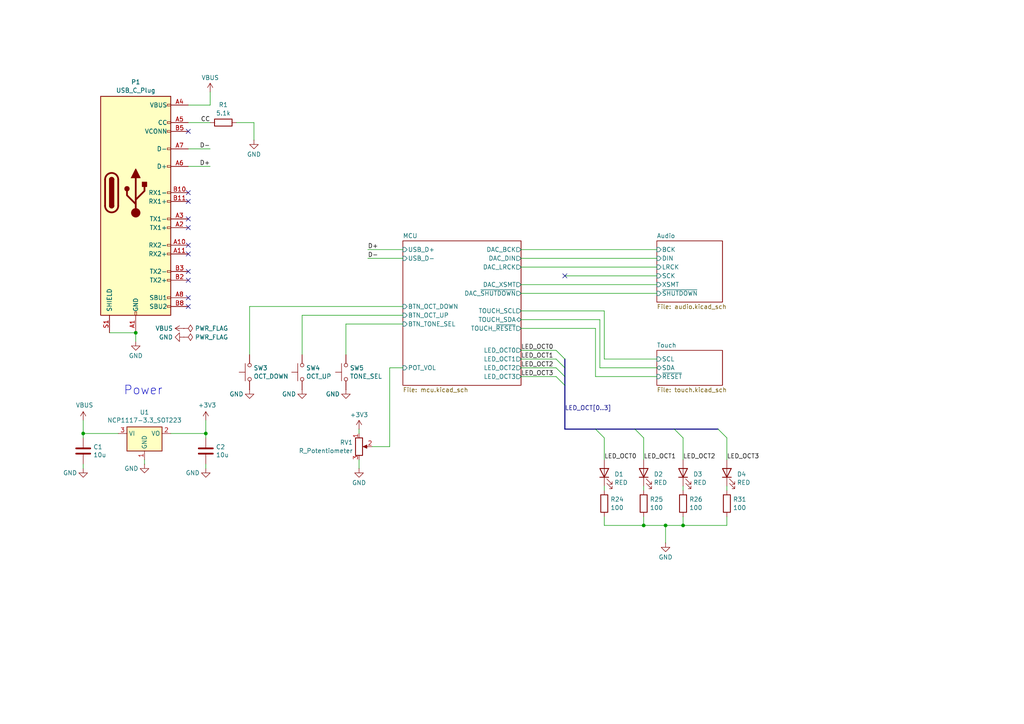
<source format=kicad_sch>
(kicad_sch
	(version 20250114)
	(generator "eeschema")
	(generator_version "9.0")
	(uuid "678860fb-ca84-49ce-8914-5111a0392305")
	(paper "A4")
	(lib_symbols
		(symbol "Connector:USB_C_Plug"
			(pin_names
				(offset 1.016)
			)
			(exclude_from_sim no)
			(in_bom yes)
			(on_board yes)
			(property "Reference" "P"
				(at -10.16 29.21 0)
				(effects
					(font
						(size 1.27 1.27)
					)
					(justify left)
				)
			)
			(property "Value" "USB_C_Plug"
				(at 10.16 29.21 0)
				(effects
					(font
						(size 1.27 1.27)
					)
					(justify right)
				)
			)
			(property "Footprint" ""
				(at 3.81 0 0)
				(effects
					(font
						(size 1.27 1.27)
					)
					(hide yes)
				)
			)
			(property "Datasheet" "https://www.usb.org/sites/default/files/documents/usb_type-c.zip"
				(at 3.81 0 0)
				(effects
					(font
						(size 1.27 1.27)
					)
					(hide yes)
				)
			)
			(property "Description" "USB Type-C Plug connector"
				(at 0 0 0)
				(effects
					(font
						(size 1.27 1.27)
					)
					(hide yes)
				)
			)
			(property "ki_keywords" "usb universal serial bus"
				(at 0 0 0)
				(effects
					(font
						(size 1.27 1.27)
					)
					(hide yes)
				)
			)
			(property "ki_fp_filters" "USB*C*Plug*"
				(at 0 0 0)
				(effects
					(font
						(size 1.27 1.27)
					)
					(hide yes)
				)
			)
			(symbol "USB_C_Plug_0_0"
				(rectangle
					(start -0.254 -35.56)
					(end 0.254 -34.544)
					(stroke
						(width 0)
						(type default)
					)
					(fill
						(type none)
					)
				)
				(rectangle
					(start 10.16 25.654)
					(end 9.144 25.146)
					(stroke
						(width 0)
						(type default)
					)
					(fill
						(type none)
					)
				)
				(rectangle
					(start 10.16 20.574)
					(end 9.144 20.066)
					(stroke
						(width 0)
						(type default)
					)
					(fill
						(type none)
					)
				)
				(rectangle
					(start 10.16 18.034)
					(end 9.144 17.526)
					(stroke
						(width 0)
						(type default)
					)
					(fill
						(type none)
					)
				)
				(rectangle
					(start 10.16 12.954)
					(end 9.144 12.446)
					(stroke
						(width 0)
						(type default)
					)
					(fill
						(type none)
					)
				)
				(rectangle
					(start 10.16 7.874)
					(end 9.144 7.366)
					(stroke
						(width 0)
						(type default)
					)
					(fill
						(type none)
					)
				)
				(rectangle
					(start 10.16 0.254)
					(end 9.144 -0.254)
					(stroke
						(width 0)
						(type default)
					)
					(fill
						(type none)
					)
				)
				(rectangle
					(start 10.16 -2.286)
					(end 9.144 -2.794)
					(stroke
						(width 0)
						(type default)
					)
					(fill
						(type none)
					)
				)
				(rectangle
					(start 10.16 -7.366)
					(end 9.144 -7.874)
					(stroke
						(width 0)
						(type default)
					)
					(fill
						(type none)
					)
				)
				(rectangle
					(start 10.16 -9.906)
					(end 9.144 -10.414)
					(stroke
						(width 0)
						(type default)
					)
					(fill
						(type none)
					)
				)
				(rectangle
					(start 10.16 -14.986)
					(end 9.144 -15.494)
					(stroke
						(width 0)
						(type default)
					)
					(fill
						(type none)
					)
				)
				(rectangle
					(start 10.16 -17.526)
					(end 9.144 -18.034)
					(stroke
						(width 0)
						(type default)
					)
					(fill
						(type none)
					)
				)
				(rectangle
					(start 10.16 -22.606)
					(end 9.144 -23.114)
					(stroke
						(width 0)
						(type default)
					)
					(fill
						(type none)
					)
				)
				(rectangle
					(start 10.16 -25.146)
					(end 9.144 -25.654)
					(stroke
						(width 0)
						(type default)
					)
					(fill
						(type none)
					)
				)
				(rectangle
					(start 10.16 -30.226)
					(end 9.144 -30.734)
					(stroke
						(width 0)
						(type default)
					)
					(fill
						(type none)
					)
				)
				(rectangle
					(start 10.16 -32.766)
					(end 9.144 -33.274)
					(stroke
						(width 0)
						(type default)
					)
					(fill
						(type none)
					)
				)
			)
			(symbol "USB_C_Plug_0_1"
				(rectangle
					(start -10.16 27.94)
					(end 10.16 -35.56)
					(stroke
						(width 0.254)
						(type default)
					)
					(fill
						(type background)
					)
				)
				(polyline
					(pts
						(xy -8.89 -3.81) (xy -8.89 3.81)
					)
					(stroke
						(width 0.508)
						(type default)
					)
					(fill
						(type none)
					)
				)
				(rectangle
					(start -7.62 -3.81)
					(end -6.35 3.81)
					(stroke
						(width 0.254)
						(type default)
					)
					(fill
						(type outline)
					)
				)
				(arc
					(start -7.62 3.81)
					(mid -6.985 4.4423)
					(end -6.35 3.81)
					(stroke
						(width 0.254)
						(type default)
					)
					(fill
						(type none)
					)
				)
				(arc
					(start -7.62 3.81)
					(mid -6.985 4.4423)
					(end -6.35 3.81)
					(stroke
						(width 0.254)
						(type default)
					)
					(fill
						(type outline)
					)
				)
				(arc
					(start -8.89 3.81)
					(mid -6.985 5.7067)
					(end -5.08 3.81)
					(stroke
						(width 0.508)
						(type default)
					)
					(fill
						(type none)
					)
				)
				(arc
					(start -5.08 -3.81)
					(mid -6.985 -5.7067)
					(end -8.89 -3.81)
					(stroke
						(width 0.508)
						(type default)
					)
					(fill
						(type none)
					)
				)
				(arc
					(start -6.35 -3.81)
					(mid -6.985 -4.4423)
					(end -7.62 -3.81)
					(stroke
						(width 0.254)
						(type default)
					)
					(fill
						(type none)
					)
				)
				(arc
					(start -6.35 -3.81)
					(mid -6.985 -4.4423)
					(end -7.62 -3.81)
					(stroke
						(width 0.254)
						(type default)
					)
					(fill
						(type outline)
					)
				)
				(polyline
					(pts
						(xy -5.08 3.81) (xy -5.08 -3.81)
					)
					(stroke
						(width 0.508)
						(type default)
					)
					(fill
						(type none)
					)
				)
			)
			(symbol "USB_C_Plug_1_1"
				(circle
					(center -2.54 1.143)
					(radius 0.635)
					(stroke
						(width 0.254)
						(type default)
					)
					(fill
						(type outline)
					)
				)
				(polyline
					(pts
						(xy -1.27 4.318) (xy 0 6.858) (xy 1.27 4.318) (xy -1.27 4.318)
					)
					(stroke
						(width 0.254)
						(type default)
					)
					(fill
						(type outline)
					)
				)
				(polyline
					(pts
						(xy 0 -2.032) (xy 2.54 0.508) (xy 2.54 1.778)
					)
					(stroke
						(width 0.508)
						(type default)
					)
					(fill
						(type none)
					)
				)
				(polyline
					(pts
						(xy 0 -3.302) (xy -2.54 -0.762) (xy -2.54 0.508)
					)
					(stroke
						(width 0.508)
						(type default)
					)
					(fill
						(type none)
					)
				)
				(polyline
					(pts
						(xy 0 -5.842) (xy 0 4.318)
					)
					(stroke
						(width 0.508)
						(type default)
					)
					(fill
						(type none)
					)
				)
				(circle
					(center 0 -5.842)
					(radius 1.27)
					(stroke
						(width 0)
						(type default)
					)
					(fill
						(type outline)
					)
				)
				(rectangle
					(start 1.905 1.778)
					(end 3.175 3.048)
					(stroke
						(width 0.254)
						(type default)
					)
					(fill
						(type outline)
					)
				)
				(pin passive line
					(at -7.62 -40.64 90)
					(length 5.08)
					(name "SHIELD"
						(effects
							(font
								(size 1.27 1.27)
							)
						)
					)
					(number "S1"
						(effects
							(font
								(size 1.27 1.27)
							)
						)
					)
				)
				(pin passive line
					(at 0 -40.64 90)
					(length 5.08)
					(name "GND"
						(effects
							(font
								(size 1.27 1.27)
							)
						)
					)
					(number "A1"
						(effects
							(font
								(size 1.27 1.27)
							)
						)
					)
				)
				(pin passive line
					(at 0 -40.64 90)
					(length 5.08)
					(hide yes)
					(name "GND"
						(effects
							(font
								(size 1.27 1.27)
							)
						)
					)
					(number "A12"
						(effects
							(font
								(size 1.27 1.27)
							)
						)
					)
				)
				(pin passive line
					(at 0 -40.64 90)
					(length 5.08)
					(hide yes)
					(name "GND"
						(effects
							(font
								(size 1.27 1.27)
							)
						)
					)
					(number "B1"
						(effects
							(font
								(size 1.27 1.27)
							)
						)
					)
				)
				(pin passive line
					(at 0 -40.64 90)
					(length 5.08)
					(hide yes)
					(name "GND"
						(effects
							(font
								(size 1.27 1.27)
							)
						)
					)
					(number "B12"
						(effects
							(font
								(size 1.27 1.27)
							)
						)
					)
				)
				(pin passive line
					(at 15.24 25.4 180)
					(length 5.08)
					(name "VBUS"
						(effects
							(font
								(size 1.27 1.27)
							)
						)
					)
					(number "A4"
						(effects
							(font
								(size 1.27 1.27)
							)
						)
					)
				)
				(pin passive line
					(at 15.24 25.4 180)
					(length 5.08)
					(hide yes)
					(name "VBUS"
						(effects
							(font
								(size 1.27 1.27)
							)
						)
					)
					(number "A9"
						(effects
							(font
								(size 1.27 1.27)
							)
						)
					)
				)
				(pin passive line
					(at 15.24 25.4 180)
					(length 5.08)
					(hide yes)
					(name "VBUS"
						(effects
							(font
								(size 1.27 1.27)
							)
						)
					)
					(number "B4"
						(effects
							(font
								(size 1.27 1.27)
							)
						)
					)
				)
				(pin passive line
					(at 15.24 25.4 180)
					(length 5.08)
					(hide yes)
					(name "VBUS"
						(effects
							(font
								(size 1.27 1.27)
							)
						)
					)
					(number "B9"
						(effects
							(font
								(size 1.27 1.27)
							)
						)
					)
				)
				(pin bidirectional line
					(at 15.24 20.32 180)
					(length 5.08)
					(name "CC"
						(effects
							(font
								(size 1.27 1.27)
							)
						)
					)
					(number "A5"
						(effects
							(font
								(size 1.27 1.27)
							)
						)
					)
				)
				(pin bidirectional line
					(at 15.24 17.78 180)
					(length 5.08)
					(name "VCONN"
						(effects
							(font
								(size 1.27 1.27)
							)
						)
					)
					(number "B5"
						(effects
							(font
								(size 1.27 1.27)
							)
						)
					)
				)
				(pin bidirectional line
					(at 15.24 12.7 180)
					(length 5.08)
					(name "D-"
						(effects
							(font
								(size 1.27 1.27)
							)
						)
					)
					(number "A7"
						(effects
							(font
								(size 1.27 1.27)
							)
						)
					)
				)
				(pin bidirectional line
					(at 15.24 7.62 180)
					(length 5.08)
					(name "D+"
						(effects
							(font
								(size 1.27 1.27)
							)
						)
					)
					(number "A6"
						(effects
							(font
								(size 1.27 1.27)
							)
						)
					)
				)
				(pin bidirectional line
					(at 15.24 0 180)
					(length 5.08)
					(name "RX1-"
						(effects
							(font
								(size 1.27 1.27)
							)
						)
					)
					(number "B10"
						(effects
							(font
								(size 1.27 1.27)
							)
						)
					)
				)
				(pin bidirectional line
					(at 15.24 -2.54 180)
					(length 5.08)
					(name "RX1+"
						(effects
							(font
								(size 1.27 1.27)
							)
						)
					)
					(number "B11"
						(effects
							(font
								(size 1.27 1.27)
							)
						)
					)
				)
				(pin bidirectional line
					(at 15.24 -7.62 180)
					(length 5.08)
					(name "TX1-"
						(effects
							(font
								(size 1.27 1.27)
							)
						)
					)
					(number "A3"
						(effects
							(font
								(size 1.27 1.27)
							)
						)
					)
				)
				(pin bidirectional line
					(at 15.24 -10.16 180)
					(length 5.08)
					(name "TX1+"
						(effects
							(font
								(size 1.27 1.27)
							)
						)
					)
					(number "A2"
						(effects
							(font
								(size 1.27 1.27)
							)
						)
					)
				)
				(pin bidirectional line
					(at 15.24 -15.24 180)
					(length 5.08)
					(name "RX2-"
						(effects
							(font
								(size 1.27 1.27)
							)
						)
					)
					(number "A10"
						(effects
							(font
								(size 1.27 1.27)
							)
						)
					)
				)
				(pin bidirectional line
					(at 15.24 -17.78 180)
					(length 5.08)
					(name "RX2+"
						(effects
							(font
								(size 1.27 1.27)
							)
						)
					)
					(number "A11"
						(effects
							(font
								(size 1.27 1.27)
							)
						)
					)
				)
				(pin bidirectional line
					(at 15.24 -22.86 180)
					(length 5.08)
					(name "TX2-"
						(effects
							(font
								(size 1.27 1.27)
							)
						)
					)
					(number "B3"
						(effects
							(font
								(size 1.27 1.27)
							)
						)
					)
				)
				(pin bidirectional line
					(at 15.24 -25.4 180)
					(length 5.08)
					(name "TX2+"
						(effects
							(font
								(size 1.27 1.27)
							)
						)
					)
					(number "B2"
						(effects
							(font
								(size 1.27 1.27)
							)
						)
					)
				)
				(pin bidirectional line
					(at 15.24 -30.48 180)
					(length 5.08)
					(name "SBU1"
						(effects
							(font
								(size 1.27 1.27)
							)
						)
					)
					(number "A8"
						(effects
							(font
								(size 1.27 1.27)
							)
						)
					)
				)
				(pin bidirectional line
					(at 15.24 -33.02 180)
					(length 5.08)
					(name "SBU2"
						(effects
							(font
								(size 1.27 1.27)
							)
						)
					)
					(number "B8"
						(effects
							(font
								(size 1.27 1.27)
							)
						)
					)
				)
			)
			(embedded_fonts no)
		)
		(symbol "Device:C"
			(pin_numbers
				(hide yes)
			)
			(pin_names
				(offset 0.254)
			)
			(exclude_from_sim no)
			(in_bom yes)
			(on_board yes)
			(property "Reference" "C"
				(at 0.635 2.54 0)
				(effects
					(font
						(size 1.27 1.27)
					)
					(justify left)
				)
			)
			(property "Value" "C"
				(at 0.635 -2.54 0)
				(effects
					(font
						(size 1.27 1.27)
					)
					(justify left)
				)
			)
			(property "Footprint" ""
				(at 0.9652 -3.81 0)
				(effects
					(font
						(size 1.27 1.27)
					)
					(hide yes)
				)
			)
			(property "Datasheet" "~"
				(at 0 0 0)
				(effects
					(font
						(size 1.27 1.27)
					)
					(hide yes)
				)
			)
			(property "Description" "Unpolarized capacitor"
				(at 0 0 0)
				(effects
					(font
						(size 1.27 1.27)
					)
					(hide yes)
				)
			)
			(property "ki_keywords" "cap capacitor"
				(at 0 0 0)
				(effects
					(font
						(size 1.27 1.27)
					)
					(hide yes)
				)
			)
			(property "ki_fp_filters" "C_*"
				(at 0 0 0)
				(effects
					(font
						(size 1.27 1.27)
					)
					(hide yes)
				)
			)
			(symbol "C_0_1"
				(polyline
					(pts
						(xy -2.032 0.762) (xy 2.032 0.762)
					)
					(stroke
						(width 0.508)
						(type default)
					)
					(fill
						(type none)
					)
				)
				(polyline
					(pts
						(xy -2.032 -0.762) (xy 2.032 -0.762)
					)
					(stroke
						(width 0.508)
						(type default)
					)
					(fill
						(type none)
					)
				)
			)
			(symbol "C_1_1"
				(pin passive line
					(at 0 3.81 270)
					(length 2.794)
					(name "~"
						(effects
							(font
								(size 1.27 1.27)
							)
						)
					)
					(number "1"
						(effects
							(font
								(size 1.27 1.27)
							)
						)
					)
				)
				(pin passive line
					(at 0 -3.81 90)
					(length 2.794)
					(name "~"
						(effects
							(font
								(size 1.27 1.27)
							)
						)
					)
					(number "2"
						(effects
							(font
								(size 1.27 1.27)
							)
						)
					)
				)
			)
			(embedded_fonts no)
		)
		(symbol "Device:LED"
			(pin_numbers
				(hide yes)
			)
			(pin_names
				(offset 1.016)
				(hide yes)
			)
			(exclude_from_sim no)
			(in_bom yes)
			(on_board yes)
			(property "Reference" "D"
				(at 0 2.54 0)
				(effects
					(font
						(size 1.27 1.27)
					)
				)
			)
			(property "Value" "LED"
				(at 0 -2.54 0)
				(effects
					(font
						(size 1.27 1.27)
					)
				)
			)
			(property "Footprint" ""
				(at 0 0 0)
				(effects
					(font
						(size 1.27 1.27)
					)
					(hide yes)
				)
			)
			(property "Datasheet" "~"
				(at 0 0 0)
				(effects
					(font
						(size 1.27 1.27)
					)
					(hide yes)
				)
			)
			(property "Description" "Light emitting diode"
				(at 0 0 0)
				(effects
					(font
						(size 1.27 1.27)
					)
					(hide yes)
				)
			)
			(property "Sim.Pins" "1=K 2=A"
				(at 0 0 0)
				(effects
					(font
						(size 1.27 1.27)
					)
					(hide yes)
				)
			)
			(property "ki_keywords" "LED diode"
				(at 0 0 0)
				(effects
					(font
						(size 1.27 1.27)
					)
					(hide yes)
				)
			)
			(property "ki_fp_filters" "LED* LED_SMD:* LED_THT:*"
				(at 0 0 0)
				(effects
					(font
						(size 1.27 1.27)
					)
					(hide yes)
				)
			)
			(symbol "LED_0_1"
				(polyline
					(pts
						(xy -3.048 -0.762) (xy -4.572 -2.286) (xy -3.81 -2.286) (xy -4.572 -2.286) (xy -4.572 -1.524)
					)
					(stroke
						(width 0)
						(type default)
					)
					(fill
						(type none)
					)
				)
				(polyline
					(pts
						(xy -1.778 -0.762) (xy -3.302 -2.286) (xy -2.54 -2.286) (xy -3.302 -2.286) (xy -3.302 -1.524)
					)
					(stroke
						(width 0)
						(type default)
					)
					(fill
						(type none)
					)
				)
				(polyline
					(pts
						(xy -1.27 0) (xy 1.27 0)
					)
					(stroke
						(width 0)
						(type default)
					)
					(fill
						(type none)
					)
				)
				(polyline
					(pts
						(xy -1.27 -1.27) (xy -1.27 1.27)
					)
					(stroke
						(width 0.254)
						(type default)
					)
					(fill
						(type none)
					)
				)
				(polyline
					(pts
						(xy 1.27 -1.27) (xy 1.27 1.27) (xy -1.27 0) (xy 1.27 -1.27)
					)
					(stroke
						(width 0.254)
						(type default)
					)
					(fill
						(type none)
					)
				)
			)
			(symbol "LED_1_1"
				(pin passive line
					(at -3.81 0 0)
					(length 2.54)
					(name "K"
						(effects
							(font
								(size 1.27 1.27)
							)
						)
					)
					(number "1"
						(effects
							(font
								(size 1.27 1.27)
							)
						)
					)
				)
				(pin passive line
					(at 3.81 0 180)
					(length 2.54)
					(name "A"
						(effects
							(font
								(size 1.27 1.27)
							)
						)
					)
					(number "2"
						(effects
							(font
								(size 1.27 1.27)
							)
						)
					)
				)
			)
			(embedded_fonts no)
		)
		(symbol "Device:R"
			(pin_numbers
				(hide yes)
			)
			(pin_names
				(offset 0)
			)
			(exclude_from_sim no)
			(in_bom yes)
			(on_board yes)
			(property "Reference" "R"
				(at 2.032 0 90)
				(effects
					(font
						(size 1.27 1.27)
					)
				)
			)
			(property "Value" "R"
				(at 0 0 90)
				(effects
					(font
						(size 1.27 1.27)
					)
				)
			)
			(property "Footprint" ""
				(at -1.778 0 90)
				(effects
					(font
						(size 1.27 1.27)
					)
					(hide yes)
				)
			)
			(property "Datasheet" "~"
				(at 0 0 0)
				(effects
					(font
						(size 1.27 1.27)
					)
					(hide yes)
				)
			)
			(property "Description" "Resistor"
				(at 0 0 0)
				(effects
					(font
						(size 1.27 1.27)
					)
					(hide yes)
				)
			)
			(property "ki_keywords" "R res resistor"
				(at 0 0 0)
				(effects
					(font
						(size 1.27 1.27)
					)
					(hide yes)
				)
			)
			(property "ki_fp_filters" "R_*"
				(at 0 0 0)
				(effects
					(font
						(size 1.27 1.27)
					)
					(hide yes)
				)
			)
			(symbol "R_0_1"
				(rectangle
					(start -1.016 -2.54)
					(end 1.016 2.54)
					(stroke
						(width 0.254)
						(type default)
					)
					(fill
						(type none)
					)
				)
			)
			(symbol "R_1_1"
				(pin passive line
					(at 0 3.81 270)
					(length 1.27)
					(name "~"
						(effects
							(font
								(size 1.27 1.27)
							)
						)
					)
					(number "1"
						(effects
							(font
								(size 1.27 1.27)
							)
						)
					)
				)
				(pin passive line
					(at 0 -3.81 90)
					(length 1.27)
					(name "~"
						(effects
							(font
								(size 1.27 1.27)
							)
						)
					)
					(number "2"
						(effects
							(font
								(size 1.27 1.27)
							)
						)
					)
				)
			)
			(embedded_fonts no)
		)
		(symbol "Device:R_Potentiometer"
			(pin_names
				(offset 1.016)
				(hide yes)
			)
			(exclude_from_sim no)
			(in_bom yes)
			(on_board yes)
			(property "Reference" "RV"
				(at -4.445 0 90)
				(effects
					(font
						(size 1.27 1.27)
					)
				)
			)
			(property "Value" "R_Potentiometer"
				(at -2.54 0 90)
				(effects
					(font
						(size 1.27 1.27)
					)
				)
			)
			(property "Footprint" ""
				(at 0 0 0)
				(effects
					(font
						(size 1.27 1.27)
					)
					(hide yes)
				)
			)
			(property "Datasheet" "~"
				(at 0 0 0)
				(effects
					(font
						(size 1.27 1.27)
					)
					(hide yes)
				)
			)
			(property "Description" "Potentiometer"
				(at 0 0 0)
				(effects
					(font
						(size 1.27 1.27)
					)
					(hide yes)
				)
			)
			(property "ki_keywords" "resistor variable"
				(at 0 0 0)
				(effects
					(font
						(size 1.27 1.27)
					)
					(hide yes)
				)
			)
			(property "ki_fp_filters" "Potentiometer*"
				(at 0 0 0)
				(effects
					(font
						(size 1.27 1.27)
					)
					(hide yes)
				)
			)
			(symbol "R_Potentiometer_0_1"
				(rectangle
					(start 1.016 2.54)
					(end -1.016 -2.54)
					(stroke
						(width 0.254)
						(type default)
					)
					(fill
						(type none)
					)
				)
				(polyline
					(pts
						(xy 1.143 0) (xy 2.286 0.508) (xy 2.286 -0.508) (xy 1.143 0)
					)
					(stroke
						(width 0)
						(type default)
					)
					(fill
						(type outline)
					)
				)
				(polyline
					(pts
						(xy 2.54 0) (xy 1.524 0)
					)
					(stroke
						(width 0)
						(type default)
					)
					(fill
						(type none)
					)
				)
			)
			(symbol "R_Potentiometer_1_1"
				(pin passive line
					(at 0 3.81 270)
					(length 1.27)
					(name "1"
						(effects
							(font
								(size 1.27 1.27)
							)
						)
					)
					(number "1"
						(effects
							(font
								(size 1.27 1.27)
							)
						)
					)
				)
				(pin passive line
					(at 0 -3.81 90)
					(length 1.27)
					(name "3"
						(effects
							(font
								(size 1.27 1.27)
							)
						)
					)
					(number "3"
						(effects
							(font
								(size 1.27 1.27)
							)
						)
					)
				)
				(pin passive line
					(at 3.81 0 180)
					(length 1.27)
					(name "2"
						(effects
							(font
								(size 1.27 1.27)
							)
						)
					)
					(number "2"
						(effects
							(font
								(size 1.27 1.27)
							)
						)
					)
				)
			)
			(embedded_fonts no)
		)
		(symbol "Regulator_Linear:NCP1117-3.3_SOT223"
			(exclude_from_sim no)
			(in_bom yes)
			(on_board yes)
			(property "Reference" "U"
				(at -3.81 3.175 0)
				(effects
					(font
						(size 1.27 1.27)
					)
				)
			)
			(property "Value" "NCP1117-3.3_SOT223"
				(at 0 3.175 0)
				(effects
					(font
						(size 1.27 1.27)
					)
					(justify left)
				)
			)
			(property "Footprint" "Package_TO_SOT_SMD:SOT-223-3_TabPin2"
				(at 0 5.08 0)
				(effects
					(font
						(size 1.27 1.27)
					)
					(hide yes)
				)
			)
			(property "Datasheet" "http://www.onsemi.com/pub_link/Collateral/NCP1117-D.PDF"
				(at 2.54 -6.35 0)
				(effects
					(font
						(size 1.27 1.27)
					)
					(hide yes)
				)
			)
			(property "Description" "1A Low drop-out regulator, Fixed Output 3.3V, SOT-223"
				(at 0 0 0)
				(effects
					(font
						(size 1.27 1.27)
					)
					(hide yes)
				)
			)
			(property "ki_keywords" "REGULATOR LDO 3.3V"
				(at 0 0 0)
				(effects
					(font
						(size 1.27 1.27)
					)
					(hide yes)
				)
			)
			(property "ki_fp_filters" "SOT?223*TabPin2*"
				(at 0 0 0)
				(effects
					(font
						(size 1.27 1.27)
					)
					(hide yes)
				)
			)
			(symbol "NCP1117-3.3_SOT223_0_1"
				(rectangle
					(start -5.08 -5.08)
					(end 5.08 1.905)
					(stroke
						(width 0.254)
						(type default)
					)
					(fill
						(type background)
					)
				)
			)
			(symbol "NCP1117-3.3_SOT223_1_1"
				(pin power_in line
					(at -7.62 0 0)
					(length 2.54)
					(name "VI"
						(effects
							(font
								(size 1.27 1.27)
							)
						)
					)
					(number "3"
						(effects
							(font
								(size 1.27 1.27)
							)
						)
					)
				)
				(pin power_in line
					(at 0 -7.62 90)
					(length 2.54)
					(name "GND"
						(effects
							(font
								(size 1.27 1.27)
							)
						)
					)
					(number "1"
						(effects
							(font
								(size 1.27 1.27)
							)
						)
					)
				)
				(pin power_out line
					(at 7.62 0 180)
					(length 2.54)
					(name "VO"
						(effects
							(font
								(size 1.27 1.27)
							)
						)
					)
					(number "2"
						(effects
							(font
								(size 1.27 1.27)
							)
						)
					)
				)
			)
			(embedded_fonts no)
		)
		(symbol "Switch:SW_Push"
			(pin_numbers
				(hide yes)
			)
			(pin_names
				(offset 1.016)
				(hide yes)
			)
			(exclude_from_sim no)
			(in_bom yes)
			(on_board yes)
			(property "Reference" "SW"
				(at 1.27 2.54 0)
				(effects
					(font
						(size 1.27 1.27)
					)
					(justify left)
				)
			)
			(property "Value" "SW_Push"
				(at 0 -1.524 0)
				(effects
					(font
						(size 1.27 1.27)
					)
				)
			)
			(property "Footprint" ""
				(at 0 5.08 0)
				(effects
					(font
						(size 1.27 1.27)
					)
					(hide yes)
				)
			)
			(property "Datasheet" "~"
				(at 0 5.08 0)
				(effects
					(font
						(size 1.27 1.27)
					)
					(hide yes)
				)
			)
			(property "Description" "Push button switch, generic, two pins"
				(at 0 0 0)
				(effects
					(font
						(size 1.27 1.27)
					)
					(hide yes)
				)
			)
			(property "ki_keywords" "switch normally-open pushbutton push-button"
				(at 0 0 0)
				(effects
					(font
						(size 1.27 1.27)
					)
					(hide yes)
				)
			)
			(symbol "SW_Push_0_1"
				(circle
					(center -2.032 0)
					(radius 0.508)
					(stroke
						(width 0)
						(type default)
					)
					(fill
						(type none)
					)
				)
				(polyline
					(pts
						(xy 0 1.27) (xy 0 3.048)
					)
					(stroke
						(width 0)
						(type default)
					)
					(fill
						(type none)
					)
				)
				(circle
					(center 2.032 0)
					(radius 0.508)
					(stroke
						(width 0)
						(type default)
					)
					(fill
						(type none)
					)
				)
				(polyline
					(pts
						(xy 2.54 1.27) (xy -2.54 1.27)
					)
					(stroke
						(width 0)
						(type default)
					)
					(fill
						(type none)
					)
				)
				(pin passive line
					(at -5.08 0 0)
					(length 2.54)
					(name "1"
						(effects
							(font
								(size 1.27 1.27)
							)
						)
					)
					(number "1"
						(effects
							(font
								(size 1.27 1.27)
							)
						)
					)
				)
				(pin passive line
					(at 5.08 0 180)
					(length 2.54)
					(name "2"
						(effects
							(font
								(size 1.27 1.27)
							)
						)
					)
					(number "2"
						(effects
							(font
								(size 1.27 1.27)
							)
						)
					)
				)
			)
			(embedded_fonts no)
		)
		(symbol "power:+3V3"
			(power)
			(pin_numbers
				(hide yes)
			)
			(pin_names
				(offset 0)
				(hide yes)
			)
			(exclude_from_sim no)
			(in_bom yes)
			(on_board yes)
			(property "Reference" "#PWR"
				(at 0 -3.81 0)
				(effects
					(font
						(size 1.27 1.27)
					)
					(hide yes)
				)
			)
			(property "Value" "+3V3"
				(at 0 3.556 0)
				(effects
					(font
						(size 1.27 1.27)
					)
				)
			)
			(property "Footprint" ""
				(at 0 0 0)
				(effects
					(font
						(size 1.27 1.27)
					)
					(hide yes)
				)
			)
			(property "Datasheet" ""
				(at 0 0 0)
				(effects
					(font
						(size 1.27 1.27)
					)
					(hide yes)
				)
			)
			(property "Description" "Power symbol creates a global label with name \"+3V3\""
				(at 0 0 0)
				(effects
					(font
						(size 1.27 1.27)
					)
					(hide yes)
				)
			)
			(property "ki_keywords" "global power"
				(at 0 0 0)
				(effects
					(font
						(size 1.27 1.27)
					)
					(hide yes)
				)
			)
			(symbol "+3V3_0_1"
				(polyline
					(pts
						(xy -0.762 1.27) (xy 0 2.54)
					)
					(stroke
						(width 0)
						(type default)
					)
					(fill
						(type none)
					)
				)
				(polyline
					(pts
						(xy 0 2.54) (xy 0.762 1.27)
					)
					(stroke
						(width 0)
						(type default)
					)
					(fill
						(type none)
					)
				)
				(polyline
					(pts
						(xy 0 0) (xy 0 2.54)
					)
					(stroke
						(width 0)
						(type default)
					)
					(fill
						(type none)
					)
				)
			)
			(symbol "+3V3_1_1"
				(pin power_in line
					(at 0 0 90)
					(length 0)
					(name "~"
						(effects
							(font
								(size 1.27 1.27)
							)
						)
					)
					(number "1"
						(effects
							(font
								(size 1.27 1.27)
							)
						)
					)
				)
			)
			(embedded_fonts no)
		)
		(symbol "power:GND"
			(power)
			(pin_numbers
				(hide yes)
			)
			(pin_names
				(offset 0)
				(hide yes)
			)
			(exclude_from_sim no)
			(in_bom yes)
			(on_board yes)
			(property "Reference" "#PWR"
				(at 0 -6.35 0)
				(effects
					(font
						(size 1.27 1.27)
					)
					(hide yes)
				)
			)
			(property "Value" "GND"
				(at 0 -3.81 0)
				(effects
					(font
						(size 1.27 1.27)
					)
				)
			)
			(property "Footprint" ""
				(at 0 0 0)
				(effects
					(font
						(size 1.27 1.27)
					)
					(hide yes)
				)
			)
			(property "Datasheet" ""
				(at 0 0 0)
				(effects
					(font
						(size 1.27 1.27)
					)
					(hide yes)
				)
			)
			(property "Description" "Power symbol creates a global label with name \"GND\" , ground"
				(at 0 0 0)
				(effects
					(font
						(size 1.27 1.27)
					)
					(hide yes)
				)
			)
			(property "ki_keywords" "global power"
				(at 0 0 0)
				(effects
					(font
						(size 1.27 1.27)
					)
					(hide yes)
				)
			)
			(symbol "GND_0_1"
				(polyline
					(pts
						(xy 0 0) (xy 0 -1.27) (xy 1.27 -1.27) (xy 0 -2.54) (xy -1.27 -1.27) (xy 0 -1.27)
					)
					(stroke
						(width 0)
						(type default)
					)
					(fill
						(type none)
					)
				)
			)
			(symbol "GND_1_1"
				(pin power_in line
					(at 0 0 270)
					(length 0)
					(name "~"
						(effects
							(font
								(size 1.27 1.27)
							)
						)
					)
					(number "1"
						(effects
							(font
								(size 1.27 1.27)
							)
						)
					)
				)
			)
			(embedded_fonts no)
		)
		(symbol "power:PWR_FLAG"
			(power)
			(pin_numbers
				(hide yes)
			)
			(pin_names
				(offset 0)
				(hide yes)
			)
			(exclude_from_sim no)
			(in_bom yes)
			(on_board yes)
			(property "Reference" "#FLG"
				(at 0 1.905 0)
				(effects
					(font
						(size 1.27 1.27)
					)
					(hide yes)
				)
			)
			(property "Value" "PWR_FLAG"
				(at 0 3.81 0)
				(effects
					(font
						(size 1.27 1.27)
					)
				)
			)
			(property "Footprint" ""
				(at 0 0 0)
				(effects
					(font
						(size 1.27 1.27)
					)
					(hide yes)
				)
			)
			(property "Datasheet" "~"
				(at 0 0 0)
				(effects
					(font
						(size 1.27 1.27)
					)
					(hide yes)
				)
			)
			(property "Description" "Special symbol for telling ERC where power comes from"
				(at 0 0 0)
				(effects
					(font
						(size 1.27 1.27)
					)
					(hide yes)
				)
			)
			(property "ki_keywords" "flag power"
				(at 0 0 0)
				(effects
					(font
						(size 1.27 1.27)
					)
					(hide yes)
				)
			)
			(symbol "PWR_FLAG_0_0"
				(pin power_out line
					(at 0 0 90)
					(length 0)
					(name "~"
						(effects
							(font
								(size 1.27 1.27)
							)
						)
					)
					(number "1"
						(effects
							(font
								(size 1.27 1.27)
							)
						)
					)
				)
			)
			(symbol "PWR_FLAG_0_1"
				(polyline
					(pts
						(xy 0 0) (xy 0 1.27) (xy -1.016 1.905) (xy 0 2.54) (xy 1.016 1.905) (xy 0 1.27)
					)
					(stroke
						(width 0)
						(type default)
					)
					(fill
						(type none)
					)
				)
			)
			(embedded_fonts no)
		)
		(symbol "power:VBUS"
			(power)
			(pin_numbers
				(hide yes)
			)
			(pin_names
				(offset 0)
				(hide yes)
			)
			(exclude_from_sim no)
			(in_bom yes)
			(on_board yes)
			(property "Reference" "#PWR"
				(at 0 -3.81 0)
				(effects
					(font
						(size 1.27 1.27)
					)
					(hide yes)
				)
			)
			(property "Value" "VBUS"
				(at 0 3.556 0)
				(effects
					(font
						(size 1.27 1.27)
					)
				)
			)
			(property "Footprint" ""
				(at 0 0 0)
				(effects
					(font
						(size 1.27 1.27)
					)
					(hide yes)
				)
			)
			(property "Datasheet" ""
				(at 0 0 0)
				(effects
					(font
						(size 1.27 1.27)
					)
					(hide yes)
				)
			)
			(property "Description" "Power symbol creates a global label with name \"VBUS\""
				(at 0 0 0)
				(effects
					(font
						(size 1.27 1.27)
					)
					(hide yes)
				)
			)
			(property "ki_keywords" "global power"
				(at 0 0 0)
				(effects
					(font
						(size 1.27 1.27)
					)
					(hide yes)
				)
			)
			(symbol "VBUS_0_1"
				(polyline
					(pts
						(xy -0.762 1.27) (xy 0 2.54)
					)
					(stroke
						(width 0)
						(type default)
					)
					(fill
						(type none)
					)
				)
				(polyline
					(pts
						(xy 0 2.54) (xy 0.762 1.27)
					)
					(stroke
						(width 0)
						(type default)
					)
					(fill
						(type none)
					)
				)
				(polyline
					(pts
						(xy 0 0) (xy 0 2.54)
					)
					(stroke
						(width 0)
						(type default)
					)
					(fill
						(type none)
					)
				)
			)
			(symbol "VBUS_1_1"
				(pin power_in line
					(at 0 0 90)
					(length 0)
					(name "~"
						(effects
							(font
								(size 1.27 1.27)
							)
						)
					)
					(number "1"
						(effects
							(font
								(size 1.27 1.27)
							)
						)
					)
				)
			)
			(embedded_fonts no)
		)
	)
	(text "Power"
		(exclude_from_sim no)
		(at 35.814 114.808 0)
		(effects
			(font
				(size 2.54 2.54)
			)
			(justify left bottom)
		)
		(uuid "989be2c4-bee5-4906-9424-3770f2c1ba5c")
	)
	(junction
		(at 193.04 152.4)
		(diameter 0)
		(color 0 0 0 0)
		(uuid "191245cb-c54f-4069-9a7e-a92e60bee0ff")
	)
	(junction
		(at 198.12 152.4)
		(diameter 0)
		(color 0 0 0 0)
		(uuid "55d459ec-18a4-4ff8-aed2-98fcc8dfa496")
	)
	(junction
		(at 24.13 125.73)
		(diameter 0)
		(color 0 0 0 0)
		(uuid "78c1273b-4e88-4346-a3d2-64024a28da57")
	)
	(junction
		(at 186.69 152.4)
		(diameter 0)
		(color 0 0 0 0)
		(uuid "aed45a4b-3e38-4e0f-8689-a6579a699686")
	)
	(junction
		(at 59.69 125.73)
		(diameter 0)
		(color 0 0 0 0)
		(uuid "f83dd76f-ee9d-4ffd-bfa4-f23f5f4f91d6")
	)
	(junction
		(at 39.37 96.52)
		(diameter 0)
		(color 0 0 0 0)
		(uuid "ffd51c04-5276-4c11-86b7-c5b4d976dac7")
	)
	(no_connect
		(at 163.83 80.01)
		(uuid "12380bd8-6367-445c-a371-31b8c1252c18")
	)
	(no_connect
		(at 54.61 38.1)
		(uuid "24242eaf-cbf0-4ea0-b6c3-c4573691be42")
	)
	(no_connect
		(at 54.61 73.66)
		(uuid "322efe1d-8ad0-4da3-8a55-88b5e5f59855")
	)
	(no_connect
		(at 54.61 71.12)
		(uuid "56cb1ad4-6ab4-4df7-8d7a-524a1ca97e47")
	)
	(no_connect
		(at 54.61 66.04)
		(uuid "5fbabab8-237b-4c16-94f6-abe5b01587fb")
	)
	(no_connect
		(at 54.61 55.88)
		(uuid "6bfed102-133c-4582-a531-ffb6d785e78a")
	)
	(no_connect
		(at 54.61 58.42)
		(uuid "93c40af0-5bc0-49a3-83dd-63701eaf27db")
	)
	(no_connect
		(at 54.61 88.9)
		(uuid "9d4dfa3b-bb86-457a-be21-8680ec1e442b")
	)
	(no_connect
		(at 54.61 78.74)
		(uuid "b4b7010e-914c-48ca-87bb-45b02c48e93d")
	)
	(no_connect
		(at 54.61 86.36)
		(uuid "ed6265bd-5158-44c1-b790-57addb391cc5")
	)
	(no_connect
		(at 54.61 81.28)
		(uuid "f960e157-64bb-47c7-991d-e4b8b83054e3")
	)
	(no_connect
		(at 54.61 63.5)
		(uuid "fb51135f-c056-445f-a4ae-c4ea63526a8a")
	)
	(bus_entry
		(at 163.83 104.14)
		(size -2.54 -2.54)
		(stroke
			(width 0)
			(type default)
		)
		(uuid "003ec7dd-c9ab-4a28-8339-44037f2b4e92")
	)
	(bus_entry
		(at 208.28 124.46)
		(size 2.54 2.54)
		(stroke
			(width 0)
			(type default)
		)
		(uuid "5ea5e0f8-de93-45b9-b70e-fe2ae74be187")
	)
	(bus_entry
		(at 163.83 111.76)
		(size -2.54 -2.54)
		(stroke
			(width 0)
			(type default)
		)
		(uuid "67327cc1-9dc6-4157-99dc-58cfb505d1b2")
	)
	(bus_entry
		(at 195.58 124.46)
		(size 2.54 2.54)
		(stroke
			(width 0)
			(type default)
		)
		(uuid "67c3f995-7cff-422b-b966-21eac345f8f3")
	)
	(bus_entry
		(at 163.83 106.68)
		(size -2.54 -2.54)
		(stroke
			(width 0)
			(type default)
		)
		(uuid "7d32bd29-8947-4c1a-ba23-e927a78e9f74")
	)
	(bus_entry
		(at 184.15 124.46)
		(size 2.54 2.54)
		(stroke
			(width 0)
			(type default)
		)
		(uuid "7ecd4501-3cfb-4526-972d-01a8f7475d0b")
	)
	(bus_entry
		(at 163.83 109.22)
		(size -2.54 -2.54)
		(stroke
			(width 0)
			(type default)
		)
		(uuid "b652016d-e872-48b6-98c4-7210edccbbff")
	)
	(bus_entry
		(at 172.72 124.46)
		(size 2.54 2.54)
		(stroke
			(width 0)
			(type default)
		)
		(uuid "d705d84b-f8ac-447e-9a1b-4f52095f3571")
	)
	(wire
		(pts
			(xy 186.69 140.97) (xy 186.69 142.24)
		)
		(stroke
			(width 0)
			(type default)
		)
		(uuid "01ba03f8-586a-4cef-88c3-453f3d7030a7")
	)
	(wire
		(pts
			(xy 210.82 127) (xy 210.82 133.35)
		)
		(stroke
			(width 0)
			(type default)
		)
		(uuid "02d12923-a7b3-4a9a-ac28-22e5ed20362e")
	)
	(wire
		(pts
			(xy 198.12 152.4) (xy 210.82 152.4)
		)
		(stroke
			(width 0)
			(type default)
		)
		(uuid "0dd4b6d8-8cce-4a61-a713-2127162aa0a3")
	)
	(bus
		(pts
			(xy 184.15 124.46) (xy 195.58 124.46)
		)
		(stroke
			(width 0)
			(type default)
		)
		(uuid "0f2f40f0-3fa3-409f-aa5b-8fd4ac49403e")
	)
	(wire
		(pts
			(xy 198.12 127) (xy 198.12 133.35)
		)
		(stroke
			(width 0)
			(type default)
		)
		(uuid "12aeedff-aa6e-4881-9f5e-08d8e6e7d8b1")
	)
	(wire
		(pts
			(xy 190.5 106.68) (xy 173.99 106.68)
		)
		(stroke
			(width 0)
			(type default)
		)
		(uuid "13412d6a-0297-487e-b433-7101ab9e0dd7")
	)
	(wire
		(pts
			(xy 151.13 101.6) (xy 161.29 101.6)
		)
		(stroke
			(width 0)
			(type default)
		)
		(uuid "1d2f63d9-e810-49ab-a946-aadc9c24c53c")
	)
	(bus
		(pts
			(xy 163.83 111.76) (xy 163.83 124.46)
		)
		(stroke
			(width 0)
			(type default)
		)
		(uuid "22581421-0256-4b0f-a9a3-342885ac1278")
	)
	(wire
		(pts
			(xy 151.13 77.47) (xy 190.5 77.47)
		)
		(stroke
			(width 0)
			(type default)
		)
		(uuid "2726213d-f7de-480d-b87b-ab0b261c5a97")
	)
	(wire
		(pts
			(xy 151.13 106.68) (xy 161.29 106.68)
		)
		(stroke
			(width 0)
			(type default)
		)
		(uuid "29309f93-524a-472b-ae61-39ecfa8e433e")
	)
	(wire
		(pts
			(xy 59.69 125.73) (xy 59.69 121.92)
		)
		(stroke
			(width 0)
			(type default)
		)
		(uuid "2931af91-0d82-4a43-a3c1-c4514dcc9663")
	)
	(wire
		(pts
			(xy 116.84 93.98) (xy 100.33 93.98)
		)
		(stroke
			(width 0)
			(type default)
		)
		(uuid "2a79decf-433a-4127-952c-d82ea26eb1a9")
	)
	(wire
		(pts
			(xy 151.13 109.22) (xy 161.29 109.22)
		)
		(stroke
			(width 0)
			(type default)
		)
		(uuid "31c9a28b-72d8-41c2-a529-356accb81349")
	)
	(wire
		(pts
			(xy 175.26 127) (xy 175.26 133.35)
		)
		(stroke
			(width 0)
			(type default)
		)
		(uuid "349a2786-96f9-49ed-bb56-4628b39980ad")
	)
	(wire
		(pts
			(xy 24.13 127) (xy 24.13 125.73)
		)
		(stroke
			(width 0)
			(type default)
		)
		(uuid "4153bd29-0741-4381-b4e6-4c5214c26682")
	)
	(wire
		(pts
			(xy 87.63 91.44) (xy 87.63 102.87)
		)
		(stroke
			(width 0)
			(type default)
		)
		(uuid "42204b06-964f-47d2-987a-1cc224054ba1")
	)
	(bus
		(pts
			(xy 163.83 124.46) (xy 172.72 124.46)
		)
		(stroke
			(width 0)
			(type default)
		)
		(uuid "49f90ba7-14de-4863-9fc1-56d26c126ee6")
	)
	(wire
		(pts
			(xy 210.82 149.86) (xy 210.82 152.4)
		)
		(stroke
			(width 0)
			(type default)
		)
		(uuid "4a4d42d8-23f8-4232-83fe-79cc0d7e4768")
	)
	(wire
		(pts
			(xy 151.13 74.93) (xy 190.5 74.93)
		)
		(stroke
			(width 0)
			(type default)
		)
		(uuid "4ec74961-62d1-4cc3-9386-a0d0a264a875")
	)
	(wire
		(pts
			(xy 59.69 127) (xy 59.69 125.73)
		)
		(stroke
			(width 0)
			(type default)
		)
		(uuid "560a0c60-bcf3-4174-9eb3-ed35760d0109")
	)
	(wire
		(pts
			(xy 163.83 80.01) (xy 190.5 80.01)
		)
		(stroke
			(width 0)
			(type default)
		)
		(uuid "580de62c-9ea4-4b9b-aaa5-4260b4999724")
	)
	(wire
		(pts
			(xy 151.13 90.17) (xy 175.26 90.17)
		)
		(stroke
			(width 0)
			(type default)
		)
		(uuid "5eaf4066-2319-4e6d-8ff3-7a38b2a1c4ae")
	)
	(wire
		(pts
			(xy 193.04 152.4) (xy 186.69 152.4)
		)
		(stroke
			(width 0)
			(type default)
		)
		(uuid "624984d6-747c-4364-a906-006b5e60b8cf")
	)
	(bus
		(pts
			(xy 172.72 124.46) (xy 184.15 124.46)
		)
		(stroke
			(width 0)
			(type default)
		)
		(uuid "6ba4e89d-212c-4f7e-bc8f-1c98f8985024")
	)
	(wire
		(pts
			(xy 175.26 90.17) (xy 175.26 104.14)
		)
		(stroke
			(width 0)
			(type default)
		)
		(uuid "77123209-77ed-438e-85b9-266eeb4f1f9b")
	)
	(wire
		(pts
			(xy 39.37 96.52) (xy 39.37 99.06)
		)
		(stroke
			(width 0)
			(type default)
		)
		(uuid "7d90ba32-e60d-40b4-b758-99da6bbe6fcd")
	)
	(wire
		(pts
			(xy 49.53 125.73) (xy 59.69 125.73)
		)
		(stroke
			(width 0)
			(type default)
		)
		(uuid "81f98dd4-db67-4d19-97b2-a7b3c6f24647")
	)
	(wire
		(pts
			(xy 24.13 134.62) (xy 24.13 135.89)
		)
		(stroke
			(width 0)
			(type default)
		)
		(uuid "820e7f28-9563-4832-92d0-beb7cb2e1dda")
	)
	(wire
		(pts
			(xy 186.69 149.86) (xy 186.69 152.4)
		)
		(stroke
			(width 0)
			(type default)
		)
		(uuid "8f3d873a-e626-43b9-a644-e22e931b15b6")
	)
	(bus
		(pts
			(xy 163.83 106.68) (xy 163.83 109.22)
		)
		(stroke
			(width 0)
			(type default)
		)
		(uuid "8fe79339-21fe-43a4-ad4f-8077a1e4beed")
	)
	(wire
		(pts
			(xy 151.13 92.71) (xy 173.99 92.71)
		)
		(stroke
			(width 0)
			(type default)
		)
		(uuid "96c01729-dd87-442f-b503-8e78f38cbfc9")
	)
	(wire
		(pts
			(xy 116.84 106.68) (xy 113.03 106.68)
		)
		(stroke
			(width 0)
			(type default)
		)
		(uuid "9960392d-6fd1-40da-a7af-9c63f2925b00")
	)
	(wire
		(pts
			(xy 175.26 149.86) (xy 175.26 152.4)
		)
		(stroke
			(width 0)
			(type default)
		)
		(uuid "99c173e9-4bf2-4a85-bbf3-78ad07af8a3d")
	)
	(wire
		(pts
			(xy 113.03 106.68) (xy 113.03 129.54)
		)
		(stroke
			(width 0)
			(type default)
		)
		(uuid "9a4cf768-c471-4ad2-b3da-cadb82282df5")
	)
	(bus
		(pts
			(xy 195.58 124.46) (xy 208.28 124.46)
		)
		(stroke
			(width 0)
			(type default)
		)
		(uuid "9cf36431-177f-49c3-aa27-e4a7fbb0709d")
	)
	(wire
		(pts
			(xy 193.04 152.4) (xy 193.04 157.48)
		)
		(stroke
			(width 0)
			(type default)
		)
		(uuid "a27b9088-82a7-4098-97e3-9dcdeac63f6d")
	)
	(wire
		(pts
			(xy 106.68 74.93) (xy 116.84 74.93)
		)
		(stroke
			(width 0)
			(type default)
		)
		(uuid "a2d4f3a4-d575-42f6-9a45-cae210865a2d")
	)
	(wire
		(pts
			(xy 60.96 43.18) (xy 54.61 43.18)
		)
		(stroke
			(width 0)
			(type default)
		)
		(uuid "a2e5fd3d-5231-4b83-ae7c-d60d44ba60d4")
	)
	(wire
		(pts
			(xy 193.04 152.4) (xy 198.12 152.4)
		)
		(stroke
			(width 0)
			(type default)
		)
		(uuid "a43607a0-a389-4439-b7ca-16dcbdaf7df2")
	)
	(wire
		(pts
			(xy 172.72 95.25) (xy 172.72 109.22)
		)
		(stroke
			(width 0)
			(type default)
		)
		(uuid "a608b194-985c-4715-b543-182a8cf43126")
	)
	(wire
		(pts
			(xy 172.72 109.22) (xy 190.5 109.22)
		)
		(stroke
			(width 0)
			(type default)
		)
		(uuid "a83e87c0-fddf-4c27-93fd-87d99ca2124b")
	)
	(wire
		(pts
			(xy 72.39 88.9) (xy 72.39 102.87)
		)
		(stroke
			(width 0)
			(type default)
		)
		(uuid "aa05cac2-4746-4501-ab07-3b33579afb36")
	)
	(wire
		(pts
			(xy 34.29 125.73) (xy 24.13 125.73)
		)
		(stroke
			(width 0)
			(type default)
		)
		(uuid "aa556cac-5de8-49a3-96a6-980042ea7263")
	)
	(wire
		(pts
			(xy 151.13 82.55) (xy 190.5 82.55)
		)
		(stroke
			(width 0)
			(type default)
		)
		(uuid "aed153e9-70fb-41af-a3b6-fce02808a7ee")
	)
	(wire
		(pts
			(xy 173.99 92.71) (xy 173.99 106.68)
		)
		(stroke
			(width 0)
			(type default)
		)
		(uuid "b2074ad3-5d20-4cca-b9a6-aa05cf70615c")
	)
	(wire
		(pts
			(xy 73.66 40.64) (xy 73.66 35.56)
		)
		(stroke
			(width 0)
			(type default)
		)
		(uuid "b219f2e9-1507-43c2-b4db-04cc3ae7eb75")
	)
	(wire
		(pts
			(xy 104.14 135.89) (xy 104.14 133.35)
		)
		(stroke
			(width 0)
			(type default)
		)
		(uuid "b4eb1cbc-976b-4289-9953-9f45c9eab635")
	)
	(wire
		(pts
			(xy 68.58 35.56) (xy 73.66 35.56)
		)
		(stroke
			(width 0)
			(type default)
		)
		(uuid "b7017e36-204d-4f25-abfe-675d4eec0070")
	)
	(wire
		(pts
			(xy 31.75 96.52) (xy 39.37 96.52)
		)
		(stroke
			(width 0)
			(type default)
		)
		(uuid "b9364eca-19ea-4d80-9496-603f6b824351")
	)
	(wire
		(pts
			(xy 54.61 35.56) (xy 60.96 35.56)
		)
		(stroke
			(width 0)
			(type default)
		)
		(uuid "b951f72d-cf89-47f8-93cc-aefcc4da3d2c")
	)
	(wire
		(pts
			(xy 60.96 48.26) (xy 54.61 48.26)
		)
		(stroke
			(width 0)
			(type default)
		)
		(uuid "bc77e040-5860-405a-8c2a-6ea41d19c167")
	)
	(wire
		(pts
			(xy 60.96 26.67) (xy 60.96 30.48)
		)
		(stroke
			(width 0)
			(type default)
		)
		(uuid "bff412a7-ba0b-4b16-9325-d6992581c7ca")
	)
	(wire
		(pts
			(xy 116.84 88.9) (xy 72.39 88.9)
		)
		(stroke
			(width 0)
			(type default)
		)
		(uuid "c3020422-7bf3-4d05-8ddb-49668f0731a0")
	)
	(wire
		(pts
			(xy 116.84 91.44) (xy 87.63 91.44)
		)
		(stroke
			(width 0)
			(type default)
		)
		(uuid "c5f67f30-081c-43a4-bb96-c83ad6c28e1f")
	)
	(wire
		(pts
			(xy 198.12 140.97) (xy 198.12 142.24)
		)
		(stroke
			(width 0)
			(type default)
		)
		(uuid "cce0e9dc-462e-4f0a-8ed4-5d6b9e3741e6")
	)
	(wire
		(pts
			(xy 59.69 134.62) (xy 59.69 135.89)
		)
		(stroke
			(width 0)
			(type default)
		)
		(uuid "cd5d65b5-e9b6-4a4c-a0ed-e4f7d6261477")
	)
	(wire
		(pts
			(xy 198.12 149.86) (xy 198.12 152.4)
		)
		(stroke
			(width 0)
			(type default)
		)
		(uuid "cfafe3dc-ff72-40c0-bbe0-5f588e2142c0")
	)
	(wire
		(pts
			(xy 151.13 85.09) (xy 190.5 85.09)
		)
		(stroke
			(width 0)
			(type default)
		)
		(uuid "d572da24-8c4f-4d32-b775-1c8b3ab97664")
	)
	(wire
		(pts
			(xy 175.26 152.4) (xy 186.69 152.4)
		)
		(stroke
			(width 0)
			(type default)
		)
		(uuid "d5a3365e-da9a-4a67-9e7a-336eb6fae843")
	)
	(wire
		(pts
			(xy 175.26 140.97) (xy 175.26 142.24)
		)
		(stroke
			(width 0)
			(type default)
		)
		(uuid "d7211731-c2da-4d8c-8b88-b099d5e8191e")
	)
	(wire
		(pts
			(xy 100.33 93.98) (xy 100.33 102.87)
		)
		(stroke
			(width 0)
			(type default)
		)
		(uuid "d914a978-4880-4f3d-97bb-67152797fdab")
	)
	(wire
		(pts
			(xy 60.96 30.48) (xy 54.61 30.48)
		)
		(stroke
			(width 0)
			(type default)
		)
		(uuid "db8625a7-c4bd-406f-a38f-cdea2e2a5838")
	)
	(wire
		(pts
			(xy 210.82 140.97) (xy 210.82 142.24)
		)
		(stroke
			(width 0)
			(type default)
		)
		(uuid "dd0ebb92-3d74-4974-87ea-a4da8aee9448")
	)
	(wire
		(pts
			(xy 186.69 127) (xy 186.69 133.35)
		)
		(stroke
			(width 0)
			(type default)
		)
		(uuid "e0d81b9b-50bf-472d-b154-2d40dea2db53")
	)
	(wire
		(pts
			(xy 151.13 72.39) (xy 190.5 72.39)
		)
		(stroke
			(width 0)
			(type default)
		)
		(uuid "e62a5070-5f27-4417-a8b7-f6b89aca571d")
	)
	(wire
		(pts
			(xy 151.13 95.25) (xy 172.72 95.25)
		)
		(stroke
			(width 0)
			(type default)
		)
		(uuid "e7e6d1a2-2eae-49b9-a088-a2a74c44281a")
	)
	(wire
		(pts
			(xy 106.68 72.39) (xy 116.84 72.39)
		)
		(stroke
			(width 0)
			(type default)
		)
		(uuid "ef68ad72-f5a7-48a1-b703-91a2b84d58df")
	)
	(wire
		(pts
			(xy 41.91 133.35) (xy 41.91 134.62)
		)
		(stroke
			(width 0)
			(type default)
		)
		(uuid "f0668b28-6559-4fff-a942-a2182493c550")
	)
	(wire
		(pts
			(xy 104.14 124.46) (xy 104.14 125.73)
		)
		(stroke
			(width 0)
			(type default)
		)
		(uuid "f3ce4c77-f1e0-4862-9ce6-877f2687b936")
	)
	(wire
		(pts
			(xy 151.13 104.14) (xy 161.29 104.14)
		)
		(stroke
			(width 0)
			(type default)
		)
		(uuid "f5420fe9-8425-460a-a97a-ff188b5d0f1a")
	)
	(wire
		(pts
			(xy 113.03 129.54) (xy 107.95 129.54)
		)
		(stroke
			(width 0)
			(type default)
		)
		(uuid "f69cc453-daa6-4211-9833-14b6d13a5c8e")
	)
	(wire
		(pts
			(xy 24.13 121.92) (xy 24.13 125.73)
		)
		(stroke
			(width 0)
			(type default)
		)
		(uuid "f90067ef-c4f6-4187-a733-4f89c4074459")
	)
	(bus
		(pts
			(xy 163.83 104.14) (xy 163.83 106.68)
		)
		(stroke
			(width 0)
			(type default)
		)
		(uuid "f93bef36-761d-459b-979e-a3e549a882d6")
	)
	(wire
		(pts
			(xy 190.5 104.14) (xy 175.26 104.14)
		)
		(stroke
			(width 0)
			(type default)
		)
		(uuid "fb5ea174-a094-47e1-90a4-ce80f591357c")
	)
	(bus
		(pts
			(xy 163.83 109.22) (xy 163.83 111.76)
		)
		(stroke
			(width 0)
			(type default)
		)
		(uuid "fb8640c9-ebe6-44f9-bf46-d62de162aa9b")
	)
	(label "LED_OCT0"
		(at 175.26 133.35 0)
		(effects
			(font
				(size 1.27 1.27)
			)
			(justify left bottom)
		)
		(uuid "616e70a8-44d4-43ed-b5d1-9985bec62da1")
	)
	(label "D-"
		(at 60.96 43.18 180)
		(effects
			(font
				(size 1.27 1.27)
			)
			(justify right bottom)
		)
		(uuid "68ca1e04-e9ad-429c-827a-e853e943cd66")
	)
	(label "LED_OCT1"
		(at 151.13 104.14 0)
		(effects
			(font
				(size 1.27 1.27)
			)
			(justify left bottom)
		)
		(uuid "68ee87e9-e841-4122-a2c6-5d3b532d95dc")
	)
	(label "LED_OCT2"
		(at 151.13 106.68 0)
		(effects
			(font
				(size 1.27 1.27)
			)
			(justify left bottom)
		)
		(uuid "7179280d-0870-4a2e-a6c3-5fced2839964")
	)
	(label "D+"
		(at 60.96 48.26 180)
		(effects
			(font
				(size 1.27 1.27)
			)
			(justify right bottom)
		)
		(uuid "9338e4be-24ee-4e93-94c7-a1820b7ba38a")
	)
	(label "D+"
		(at 106.68 72.39 0)
		(effects
			(font
				(size 1.27 1.27)
			)
			(justify left bottom)
		)
		(uuid "997e2740-e4df-46cf-85fa-1a48c2dbb9ab")
	)
	(label "CC"
		(at 60.96 35.56 180)
		(effects
			(font
				(size 1.27 1.27)
			)
			(justify right bottom)
		)
		(uuid "a82492b3-7668-45d4-9fb7-9240b6e15945")
	)
	(label "LED_OCT1"
		(at 186.69 133.35 0)
		(effects
			(font
				(size 1.27 1.27)
			)
			(justify left bottom)
		)
		(uuid "a9be80d3-3625-45d5-b706-43d38636c504")
	)
	(label "D-"
		(at 106.68 74.93 0)
		(effects
			(font
				(size 1.27 1.27)
			)
			(justify left bottom)
		)
		(uuid "b82de731-d543-4db3-888f-84360ab882fd")
	)
	(label "LED_OCT0"
		(at 151.13 101.6 0)
		(effects
			(font
				(size 1.27 1.27)
			)
			(justify left bottom)
		)
		(uuid "c935027e-0b62-456b-aa64-1332f1003cb1")
	)
	(label "LED_OCT3"
		(at 151.13 109.22 0)
		(effects
			(font
				(size 1.27 1.27)
			)
			(justify left bottom)
		)
		(uuid "d53445ea-3048-4161-8de1-b3906a6976b8")
	)
	(label "LED_OCT[0..3]"
		(at 163.83 119.38 0)
		(effects
			(font
				(size 1.27 1.27)
			)
			(justify left bottom)
		)
		(uuid "efd5c352-9ef9-44a3-a76b-60e13cd0dc2d")
	)
	(label "LED_OCT2"
		(at 198.12 133.35 0)
		(effects
			(font
				(size 1.27 1.27)
			)
			(justify left bottom)
		)
		(uuid "f035fabb-31e2-4ff8-be66-aaebeaaf624f")
	)
	(label "LED_OCT3"
		(at 210.82 133.35 0)
		(effects
			(font
				(size 1.27 1.27)
			)
			(justify left bottom)
		)
		(uuid "f6e09ee6-6dd1-416d-9d10-e7c08a559077")
	)
	(symbol
		(lib_id "Regulator_Linear:NCP1117-3.3_SOT223")
		(at 41.91 125.73 0)
		(unit 1)
		(exclude_from_sim no)
		(in_bom yes)
		(on_board yes)
		(dnp no)
		(uuid "00000000-0000-0000-0000-00005f04c8b7")
		(property "Reference" "U1"
			(at 41.91 119.5832 0)
			(effects
				(font
					(size 1.27 1.27)
				)
			)
		)
		(property "Value" "NCP1117-3.3_SOT223"
			(at 41.91 121.8946 0)
			(effects
				(font
					(size 1.27 1.27)
				)
			)
		)
		(property "Footprint" "Package_TO_SOT_SMD:SOT-223-3_TabPin2"
			(at 41.91 120.65 0)
			(effects
				(font
					(size 1.27 1.27)
				)
				(hide yes)
			)
		)
		(property "Datasheet" "http://www.onsemi.com/pub_link/Collateral/NCP1117-D.PDF"
			(at 44.45 132.08 0)
			(effects
				(font
					(size 1.27 1.27)
				)
				(hide yes)
			)
		)
		(property "Description" ""
			(at 41.91 125.73 0)
			(effects
				(font
					(size 1.27 1.27)
				)
			)
		)
		(property "LCSC" "C26537"
			(at 41.91 125.73 0)
			(effects
				(font
					(size 1.27 1.27)
				)
				(hide yes)
			)
		)
		(pin "1"
			(uuid "a5c8f2f1-e9f8-42b1-85f3-f5775a334c8c")
		)
		(pin "2"
			(uuid "e0eaa48d-ac7c-4d19-958a-53690a79e0ba")
		)
		(pin "3"
			(uuid "a163136a-7ec7-4bb0-b1aa-86abf5e8bc87")
		)
		(instances
			(project "merch-board"
				(path "/678860fb-ca84-49ce-8914-5111a0392305"
					(reference "U1")
					(unit 1)
				)
			)
		)
	)
	(symbol
		(lib_id "power:+3V3")
		(at 59.69 121.92 0)
		(unit 1)
		(exclude_from_sim no)
		(in_bom yes)
		(on_board yes)
		(dnp no)
		(uuid "00000000-0000-0000-0000-00005f077314")
		(property "Reference" "#PWR05"
			(at 59.69 125.73 0)
			(effects
				(font
					(size 1.27 1.27)
				)
				(hide yes)
			)
		)
		(property "Value" "+3V3"
			(at 60.071 117.5258 0)
			(effects
				(font
					(size 1.27 1.27)
				)
			)
		)
		(property "Footprint" ""
			(at 59.69 121.92 0)
			(effects
				(font
					(size 1.27 1.27)
				)
				(hide yes)
			)
		)
		(property "Datasheet" ""
			(at 59.69 121.92 0)
			(effects
				(font
					(size 1.27 1.27)
				)
				(hide yes)
			)
		)
		(property "Description" ""
			(at 59.69 121.92 0)
			(effects
				(font
					(size 1.27 1.27)
				)
			)
		)
		(pin "1"
			(uuid "58643039-1d05-4351-be2b-ee6286151269")
		)
		(instances
			(project "merch-board"
				(path "/678860fb-ca84-49ce-8914-5111a0392305"
					(reference "#PWR05")
					(unit 1)
				)
			)
		)
	)
	(symbol
		(lib_id "Device:C")
		(at 24.13 130.81 0)
		(unit 1)
		(exclude_from_sim no)
		(in_bom yes)
		(on_board yes)
		(dnp no)
		(uuid "00000000-0000-0000-0000-00005f09255d")
		(property "Reference" "C1"
			(at 27.051 129.6416 0)
			(effects
				(font
					(size 1.27 1.27)
				)
				(justify left)
			)
		)
		(property "Value" "10u"
			(at 27.051 131.953 0)
			(effects
				(font
					(size 1.27 1.27)
				)
				(justify left)
			)
		)
		(property "Footprint" "Capacitor_SMD:C_0805_2012Metric"
			(at 25.0952 134.62 0)
			(effects
				(font
					(size 1.27 1.27)
				)
				(hide yes)
			)
		)
		(property "Datasheet" "~"
			(at 24.13 130.81 0)
			(effects
				(font
					(size 1.27 1.27)
				)
				(hide yes)
			)
		)
		(property "Description" ""
			(at 24.13 130.81 0)
			(effects
				(font
					(size 1.27 1.27)
				)
			)
		)
		(property "LCSC" "C15850"
			(at 24.13 130.81 0)
			(effects
				(font
					(size 1.27 1.27)
				)
				(hide yes)
			)
		)
		(pin "1"
			(uuid "ff3523be-2ea6-47f3-9028-c83536bc69fd")
		)
		(pin "2"
			(uuid "03f67205-9da3-4b34-84b0-4466d59a4071")
		)
		(instances
			(project "merch-board"
				(path "/678860fb-ca84-49ce-8914-5111a0392305"
					(reference "C1")
					(unit 1)
				)
			)
		)
	)
	(symbol
		(lib_id "Device:C")
		(at 59.69 130.81 0)
		(unit 1)
		(exclude_from_sim no)
		(in_bom yes)
		(on_board yes)
		(dnp no)
		(uuid "00000000-0000-0000-0000-00005f0930a1")
		(property "Reference" "C2"
			(at 62.611 129.6416 0)
			(effects
				(font
					(size 1.27 1.27)
				)
				(justify left)
			)
		)
		(property "Value" "10u"
			(at 62.611 131.953 0)
			(effects
				(font
					(size 1.27 1.27)
				)
				(justify left)
			)
		)
		(property "Footprint" "Capacitor_SMD:C_0805_2012Metric"
			(at 60.6552 134.62 0)
			(effects
				(font
					(size 1.27 1.27)
				)
				(hide yes)
			)
		)
		(property "Datasheet" "~"
			(at 59.69 130.81 0)
			(effects
				(font
					(size 1.27 1.27)
				)
				(hide yes)
			)
		)
		(property "Description" ""
			(at 59.69 130.81 0)
			(effects
				(font
					(size 1.27 1.27)
				)
			)
		)
		(property "LCSC" "C15850"
			(at 59.69 130.81 0)
			(effects
				(font
					(size 1.27 1.27)
				)
				(hide yes)
			)
		)
		(pin "1"
			(uuid "8e62a75b-8257-4ce9-814b-06e8be09948e")
		)
		(pin "2"
			(uuid "e6a659e6-3c77-4bb0-87e2-29d422372d75")
		)
		(instances
			(project "merch-board"
				(path "/678860fb-ca84-49ce-8914-5111a0392305"
					(reference "C2")
					(unit 1)
				)
			)
		)
	)
	(symbol
		(lib_id "power:GND")
		(at 24.13 135.89 0)
		(unit 1)
		(exclude_from_sim no)
		(in_bom yes)
		(on_board yes)
		(dnp no)
		(uuid "00000000-0000-0000-0000-00005f093d45")
		(property "Reference" "#PWR02"
			(at 24.13 142.24 0)
			(effects
				(font
					(size 1.27 1.27)
				)
				(hide yes)
			)
		)
		(property "Value" "GND"
			(at 20.32 137.16 0)
			(effects
				(font
					(size 1.27 1.27)
				)
			)
		)
		(property "Footprint" ""
			(at 24.13 135.89 0)
			(effects
				(font
					(size 1.27 1.27)
				)
				(hide yes)
			)
		)
		(property "Datasheet" ""
			(at 24.13 135.89 0)
			(effects
				(font
					(size 1.27 1.27)
				)
				(hide yes)
			)
		)
		(property "Description" ""
			(at 24.13 135.89 0)
			(effects
				(font
					(size 1.27 1.27)
				)
			)
		)
		(pin "1"
			(uuid "64d8ac09-8375-4e7b-b368-87c74362e2d7")
		)
		(instances
			(project "merch-board"
				(path "/678860fb-ca84-49ce-8914-5111a0392305"
					(reference "#PWR02")
					(unit 1)
				)
			)
		)
	)
	(symbol
		(lib_id "power:GND")
		(at 59.69 135.89 0)
		(unit 1)
		(exclude_from_sim no)
		(in_bom yes)
		(on_board yes)
		(dnp no)
		(uuid "00000000-0000-0000-0000-00005f0a1049")
		(property "Reference" "#PWR06"
			(at 59.69 142.24 0)
			(effects
				(font
					(size 1.27 1.27)
				)
				(hide yes)
			)
		)
		(property "Value" "GND"
			(at 55.88 137.16 0)
			(effects
				(font
					(size 1.27 1.27)
				)
			)
		)
		(property "Footprint" ""
			(at 59.69 135.89 0)
			(effects
				(font
					(size 1.27 1.27)
				)
				(hide yes)
			)
		)
		(property "Datasheet" ""
			(at 59.69 135.89 0)
			(effects
				(font
					(size 1.27 1.27)
				)
				(hide yes)
			)
		)
		(property "Description" ""
			(at 59.69 135.89 0)
			(effects
				(font
					(size 1.27 1.27)
				)
			)
		)
		(pin "1"
			(uuid "c537d264-3963-410b-a288-8611df6e4bf7")
		)
		(instances
			(project "merch-board"
				(path "/678860fb-ca84-49ce-8914-5111a0392305"
					(reference "#PWR06")
					(unit 1)
				)
			)
		)
	)
	(symbol
		(lib_id "power:GND")
		(at 73.66 40.64 0)
		(unit 1)
		(exclude_from_sim no)
		(in_bom yes)
		(on_board yes)
		(dnp no)
		(fields_autoplaced yes)
		(uuid "089fa7a2-9906-43c3-8147-29544435c3fc")
		(property "Reference" "#PWR010"
			(at 73.66 46.99 0)
			(effects
				(font
					(size 1.27 1.27)
				)
				(hide yes)
			)
		)
		(property "Value" "GND"
			(at 73.66 44.7731 0)
			(effects
				(font
					(size 1.27 1.27)
				)
			)
		)
		(property "Footprint" ""
			(at 73.66 40.64 0)
			(effects
				(font
					(size 1.27 1.27)
				)
				(hide yes)
			)
		)
		(property "Datasheet" ""
			(at 73.66 40.64 0)
			(effects
				(font
					(size 1.27 1.27)
				)
				(hide yes)
			)
		)
		(property "Description" "Power symbol creates a global label with name \"GND\" , ground"
			(at 73.66 40.64 0)
			(effects
				(font
					(size 1.27 1.27)
				)
				(hide yes)
			)
		)
		(pin "1"
			(uuid "d25e25d7-c815-4bf7-ad6d-5551c5835d52")
		)
		(instances
			(project "merch-board"
				(path "/678860fb-ca84-49ce-8914-5111a0392305"
					(reference "#PWR010")
					(unit 1)
				)
			)
		)
	)
	(symbol
		(lib_id "Device:R")
		(at 175.26 146.05 0)
		(unit 1)
		(exclude_from_sim no)
		(in_bom yes)
		(on_board yes)
		(dnp no)
		(fields_autoplaced yes)
		(uuid "1afefb8c-f100-49ef-95af-62a26770491d")
		(property "Reference" "R24"
			(at 177.038 144.8378 0)
			(effects
				(font
					(size 1.27 1.27)
				)
				(justify left)
			)
		)
		(property "Value" "100"
			(at 177.038 147.2621 0)
			(effects
				(font
					(size 1.27 1.27)
				)
				(justify left)
			)
		)
		(property "Footprint" "Resistor_SMD:R_0402_1005Metric"
			(at 173.482 146.05 90)
			(effects
				(font
					(size 1.27 1.27)
				)
				(hide yes)
			)
		)
		(property "Datasheet" "~"
			(at 175.26 146.05 0)
			(effects
				(font
					(size 1.27 1.27)
				)
				(hide yes)
			)
		)
		(property "Description" "Resistor"
			(at 175.26 146.05 0)
			(effects
				(font
					(size 1.27 1.27)
				)
				(hide yes)
			)
		)
		(property "LCSC" "C25076"
			(at 175.26 146.05 0)
			(effects
				(font
					(size 1.27 1.27)
				)
				(hide yes)
			)
		)
		(pin "1"
			(uuid "d7f5f254-47b9-41e2-bc13-8fbca5254250")
		)
		(pin "2"
			(uuid "27e1ea21-645e-415d-8cfc-f448587a70d6")
		)
		(instances
			(project ""
				(path "/678860fb-ca84-49ce-8914-5111a0392305"
					(reference "R24")
					(unit 1)
				)
			)
		)
	)
	(symbol
		(lib_id "power:PWR_FLAG")
		(at 53.34 97.79 270)
		(unit 1)
		(exclude_from_sim no)
		(in_bom yes)
		(on_board yes)
		(dnp no)
		(fields_autoplaced yes)
		(uuid "2527fc16-e947-4fcf-bbde-d8d9b487aef0")
		(property "Reference" "#FLG02"
			(at 55.245 97.79 0)
			(effects
				(font
					(size 1.27 1.27)
				)
				(hide yes)
			)
		)
		(property "Value" "PWR_FLAG"
			(at 56.515 97.79 90)
			(effects
				(font
					(size 1.27 1.27)
				)
				(justify left)
			)
		)
		(property "Footprint" ""
			(at 53.34 97.79 0)
			(effects
				(font
					(size 1.27 1.27)
				)
				(hide yes)
			)
		)
		(property "Datasheet" "~"
			(at 53.34 97.79 0)
			(effects
				(font
					(size 1.27 1.27)
				)
				(hide yes)
			)
		)
		(property "Description" "Special symbol for telling ERC where power comes from"
			(at 53.34 97.79 0)
			(effects
				(font
					(size 1.27 1.27)
				)
				(hide yes)
			)
		)
		(pin "1"
			(uuid "0c7d0068-3796-41c5-8e2f-3c5aec932e33")
		)
		(instances
			(project "merch-board"
				(path "/678860fb-ca84-49ce-8914-5111a0392305"
					(reference "#FLG02")
					(unit 1)
				)
			)
		)
	)
	(symbol
		(lib_id "power:+3V3")
		(at 104.14 124.46 0)
		(unit 1)
		(exclude_from_sim no)
		(in_bom yes)
		(on_board yes)
		(dnp no)
		(fields_autoplaced yes)
		(uuid "274027d7-66bd-4190-a4b1-bc5bb5e50282")
		(property "Reference" "#PWR036"
			(at 104.14 128.27 0)
			(effects
				(font
					(size 1.27 1.27)
				)
				(hide yes)
			)
		)
		(property "Value" "+3V3"
			(at 104.14 120.3269 0)
			(effects
				(font
					(size 1.27 1.27)
				)
			)
		)
		(property "Footprint" ""
			(at 104.14 124.46 0)
			(effects
				(font
					(size 1.27 1.27)
				)
				(hide yes)
			)
		)
		(property "Datasheet" ""
			(at 104.14 124.46 0)
			(effects
				(font
					(size 1.27 1.27)
				)
				(hide yes)
			)
		)
		(property "Description" "Power symbol creates a global label with name \"+3V3\""
			(at 104.14 124.46 0)
			(effects
				(font
					(size 1.27 1.27)
				)
				(hide yes)
			)
		)
		(pin "1"
			(uuid "678531d8-5f29-469a-9c14-7108e8d83edb")
		)
		(instances
			(project ""
				(path "/678860fb-ca84-49ce-8914-5111a0392305"
					(reference "#PWR036")
					(unit 1)
				)
			)
		)
	)
	(symbol
		(lib_id "Device:LED")
		(at 210.82 137.16 90)
		(unit 1)
		(exclude_from_sim no)
		(in_bom yes)
		(on_board yes)
		(dnp no)
		(fields_autoplaced yes)
		(uuid "2a0afcf3-3a4c-4240-a4ed-c5d1965b4cfd")
		(property "Reference" "D4"
			(at 213.741 137.5353 90)
			(effects
				(font
					(size 1.27 1.27)
				)
				(justify right)
			)
		)
		(property "Value" "RED"
			(at 213.741 139.9596 90)
			(effects
				(font
					(size 1.27 1.27)
				)
				(justify right)
			)
		)
		(property "Footprint" "LED_SMD:LED_0603_1608Metric"
			(at 210.82 137.16 0)
			(effects
				(font
					(size 1.27 1.27)
				)
				(hide yes)
			)
		)
		(property "Datasheet" "~"
			(at 210.82 137.16 0)
			(effects
				(font
					(size 1.27 1.27)
				)
				(hide yes)
			)
		)
		(property "Description" "Light emitting diode"
			(at 210.82 137.16 0)
			(effects
				(font
					(size 1.27 1.27)
				)
				(hide yes)
			)
		)
		(property "Sim.Pins" "1=K 2=A"
			(at 210.82 137.16 0)
			(effects
				(font
					(size 1.27 1.27)
				)
				(hide yes)
			)
		)
		(property "LCSC" "C2286"
			(at 210.82 137.16 90)
			(effects
				(font
					(size 1.27 1.27)
				)
				(hide yes)
			)
		)
		(pin "1"
			(uuid "f436b455-0ed7-4c54-8f98-2e31acb7959d")
		)
		(pin "2"
			(uuid "3b7ff1e2-b216-4ed0-825f-28f25c42e7d2")
		)
		(instances
			(project ""
				(path "/678860fb-ca84-49ce-8914-5111a0392305"
					(reference "D4")
					(unit 1)
				)
			)
		)
	)
	(symbol
		(lib_id "power:VBUS")
		(at 53.34 95.25 90)
		(unit 1)
		(exclude_from_sim no)
		(in_bom yes)
		(on_board yes)
		(dnp no)
		(fields_autoplaced yes)
		(uuid "3036d531-0056-470b-b6e1-32790e692be6")
		(property "Reference" "#PWR08"
			(at 57.15 95.25 0)
			(effects
				(font
					(size 1.27 1.27)
				)
				(hide yes)
			)
		)
		(property "Value" "VBUS"
			(at 50.165 95.25 90)
			(effects
				(font
					(size 1.27 1.27)
				)
				(justify left)
			)
		)
		(property "Footprint" ""
			(at 53.34 95.25 0)
			(effects
				(font
					(size 1.27 1.27)
				)
				(hide yes)
			)
		)
		(property "Datasheet" ""
			(at 53.34 95.25 0)
			(effects
				(font
					(size 1.27 1.27)
				)
				(hide yes)
			)
		)
		(property "Description" "Power symbol creates a global label with name \"VBUS\""
			(at 53.34 95.25 0)
			(effects
				(font
					(size 1.27 1.27)
				)
				(hide yes)
			)
		)
		(pin "1"
			(uuid "b9d82d08-0a2d-4dce-bda2-52a72eae57f9")
		)
		(instances
			(project ""
				(path "/678860fb-ca84-49ce-8914-5111a0392305"
					(reference "#PWR08")
					(unit 1)
				)
			)
		)
	)
	(symbol
		(lib_id "Switch:SW_Push")
		(at 100.33 107.95 90)
		(unit 1)
		(exclude_from_sim no)
		(in_bom yes)
		(on_board yes)
		(dnp no)
		(fields_autoplaced yes)
		(uuid "34166703-6caa-4ff8-9528-39b3de2d39ab")
		(property "Reference" "SW5"
			(at 101.473 106.7378 90)
			(effects
				(font
					(size 1.27 1.27)
				)
				(justify right)
			)
		)
		(property "Value" "TONE_SEL"
			(at 101.473 109.1621 90)
			(effects
				(font
					(size 1.27 1.27)
				)
				(justify right)
			)
		)
		(property "Footprint" "artsfest-touch:SW_Push_1P1T_BZCN_TSD003_6.0x6.0mm"
			(at 95.25 107.95 0)
			(effects
				(font
					(size 1.27 1.27)
				)
				(hide yes)
			)
		)
		(property "Datasheet" "~"
			(at 95.25 107.95 0)
			(effects
				(font
					(size 1.27 1.27)
				)
				(hide yes)
			)
		)
		(property "Description" "Push button switch, generic, two pins"
			(at 100.33 107.95 0)
			(effects
				(font
					(size 1.27 1.27)
				)
				(hide yes)
			)
		)
		(property "LCSC" "C2888740"
			(at 100.33 107.95 90)
			(effects
				(font
					(size 1.27 1.27)
				)
				(hide yes)
			)
		)
		(pin "1"
			(uuid "63d6b832-92f0-403a-9147-24452b21d257")
		)
		(pin "2"
			(uuid "d42eab49-9014-42b7-8b21-f62da7fbffbb")
		)
		(instances
			(project ""
				(path "/678860fb-ca84-49ce-8914-5111a0392305"
					(reference "SW5")
					(unit 1)
				)
			)
		)
	)
	(symbol
		(lib_id "power:GND")
		(at 87.63 113.03 0)
		(unit 1)
		(exclude_from_sim no)
		(in_bom yes)
		(on_board yes)
		(dnp no)
		(uuid "372c2906-a7e0-4122-b517-d599eca30255")
		(property "Reference" "#PWR049"
			(at 87.63 119.38 0)
			(effects
				(font
					(size 1.27 1.27)
				)
				(hide yes)
			)
		)
		(property "Value" "GND"
			(at 83.82 114.3 0)
			(effects
				(font
					(size 1.27 1.27)
				)
			)
		)
		(property "Footprint" ""
			(at 87.63 113.03 0)
			(effects
				(font
					(size 1.27 1.27)
				)
				(hide yes)
			)
		)
		(property "Datasheet" ""
			(at 87.63 113.03 0)
			(effects
				(font
					(size 1.27 1.27)
				)
				(hide yes)
			)
		)
		(property "Description" ""
			(at 87.63 113.03 0)
			(effects
				(font
					(size 1.27 1.27)
				)
			)
		)
		(pin "1"
			(uuid "6ce45467-047a-444c-b080-1f5b7195f1be")
		)
		(instances
			(project "merch-board"
				(path "/678860fb-ca84-49ce-8914-5111a0392305"
					(reference "#PWR049")
					(unit 1)
				)
			)
		)
	)
	(symbol
		(lib_id "Device:R_Potentiometer")
		(at 104.14 129.54 0)
		(unit 1)
		(exclude_from_sim no)
		(in_bom yes)
		(on_board yes)
		(dnp no)
		(fields_autoplaced yes)
		(uuid "4c406d0d-25fc-4597-b705-ccaa2f983dc2")
		(property "Reference" "RV1"
			(at 102.362 128.3278 0)
			(effects
				(font
					(size 1.27 1.27)
				)
				(justify right)
			)
		)
		(property "Value" "R_Potentiometer"
			(at 102.362 130.7521 0)
			(effects
				(font
					(size 1.27 1.27)
				)
				(justify right)
			)
		)
		(property "Footprint" "artsfest-touch:Potentiometer_SMD_Alps_RK10J1xR"
			(at 104.14 129.54 0)
			(effects
				(font
					(size 1.27 1.27)
				)
				(hide yes)
			)
		)
		(property "Datasheet" "~"
			(at 104.14 129.54 0)
			(effects
				(font
					(size 1.27 1.27)
				)
				(hide yes)
			)
		)
		(property "Description" "Potentiometer"
			(at 104.14 129.54 0)
			(effects
				(font
					(size 1.27 1.27)
				)
				(hide yes)
			)
		)
		(pin "2"
			(uuid "3990227a-8847-4f11-8ec2-ce1c38f42002")
		)
		(pin "3"
			(uuid "81700c4a-e2c1-4082-a605-3e8e3d143337")
		)
		(pin "1"
			(uuid "b0ae8a12-8a3c-4ec2-a4f0-995d54c418e2")
		)
		(instances
			(project ""
				(path "/678860fb-ca84-49ce-8914-5111a0392305"
					(reference "RV1")
					(unit 1)
				)
			)
		)
	)
	(symbol
		(lib_id "Switch:SW_Push")
		(at 87.63 107.95 90)
		(unit 1)
		(exclude_from_sim no)
		(in_bom yes)
		(on_board yes)
		(dnp no)
		(fields_autoplaced yes)
		(uuid "5080db58-fbf6-49fb-86f1-12aa04c0e346")
		(property "Reference" "SW4"
			(at 88.773 106.7378 90)
			(effects
				(font
					(size 1.27 1.27)
				)
				(justify right)
			)
		)
		(property "Value" "OCT_UP"
			(at 88.773 109.1621 90)
			(effects
				(font
					(size 1.27 1.27)
				)
				(justify right)
			)
		)
		(property "Footprint" "artsfest-touch:SW_Push_1P1T_BZCN_TSD003_6.0x6.0mm"
			(at 82.55 107.95 0)
			(effects
				(font
					(size 1.27 1.27)
				)
				(hide yes)
			)
		)
		(property "Datasheet" "~"
			(at 82.55 107.95 0)
			(effects
				(font
					(size 1.27 1.27)
				)
				(hide yes)
			)
		)
		(property "Description" "Push button switch, generic, two pins"
			(at 87.63 107.95 0)
			(effects
				(font
					(size 1.27 1.27)
				)
				(hide yes)
			)
		)
		(property "LCSC" "C2888740"
			(at 87.63 107.95 90)
			(effects
				(font
					(size 1.27 1.27)
				)
				(hide yes)
			)
		)
		(pin "1"
			(uuid "63d6b832-92f0-403a-9147-24452b21d258")
		)
		(pin "2"
			(uuid "d42eab49-9014-42b7-8b21-f62da7fbffbc")
		)
		(instances
			(project ""
				(path "/678860fb-ca84-49ce-8914-5111a0392305"
					(reference "SW4")
					(unit 1)
				)
			)
		)
	)
	(symbol
		(lib_id "Device:LED")
		(at 175.26 137.16 90)
		(unit 1)
		(exclude_from_sim no)
		(in_bom yes)
		(on_board yes)
		(dnp no)
		(fields_autoplaced yes)
		(uuid "51294946-c716-41c7-9cea-a43f12b16d9a")
		(property "Reference" "D1"
			(at 178.181 137.5353 90)
			(effects
				(font
					(size 1.27 1.27)
				)
				(justify right)
			)
		)
		(property "Value" "RED"
			(at 178.181 139.9596 90)
			(effects
				(font
					(size 1.27 1.27)
				)
				(justify right)
			)
		)
		(property "Footprint" "LED_SMD:LED_0603_1608Metric"
			(at 175.26 137.16 0)
			(effects
				(font
					(size 1.27 1.27)
				)
				(hide yes)
			)
		)
		(property "Datasheet" "~"
			(at 175.26 137.16 0)
			(effects
				(font
					(size 1.27 1.27)
				)
				(hide yes)
			)
		)
		(property "Description" "Light emitting diode"
			(at 175.26 137.16 0)
			(effects
				(font
					(size 1.27 1.27)
				)
				(hide yes)
			)
		)
		(property "Sim.Pins" "1=K 2=A"
			(at 175.26 137.16 0)
			(effects
				(font
					(size 1.27 1.27)
				)
				(hide yes)
			)
		)
		(property "LCSC" "C2286"
			(at 175.26 137.16 90)
			(effects
				(font
					(size 1.27 1.27)
				)
				(hide yes)
			)
		)
		(pin "1"
			(uuid "f436b455-0ed7-4c54-8f98-2e31acb7959e")
		)
		(pin "2"
			(uuid "3b7ff1e2-b216-4ed0-825f-28f25c42e7d3")
		)
		(instances
			(project ""
				(path "/678860fb-ca84-49ce-8914-5111a0392305"
					(reference "D1")
					(unit 1)
				)
			)
		)
	)
	(symbol
		(lib_id "power:GND")
		(at 193.04 157.48 0)
		(unit 1)
		(exclude_from_sim no)
		(in_bom yes)
		(on_board yes)
		(dnp no)
		(fields_autoplaced yes)
		(uuid "54dd23b5-3c9b-4b69-b59e-89b08c9f94b5")
		(property "Reference" "#PWR053"
			(at 193.04 163.83 0)
			(effects
				(font
					(size 1.27 1.27)
				)
				(hide yes)
			)
		)
		(property "Value" "GND"
			(at 193.04 161.6131 0)
			(effects
				(font
					(size 1.27 1.27)
				)
			)
		)
		(property "Footprint" ""
			(at 193.04 157.48 0)
			(effects
				(font
					(size 1.27 1.27)
				)
				(hide yes)
			)
		)
		(property "Datasheet" ""
			(at 193.04 157.48 0)
			(effects
				(font
					(size 1.27 1.27)
				)
				(hide yes)
			)
		)
		(property "Description" "Power symbol creates a global label with name \"GND\" , ground"
			(at 193.04 157.48 0)
			(effects
				(font
					(size 1.27 1.27)
				)
				(hide yes)
			)
		)
		(pin "1"
			(uuid "9741091f-1c12-44ff-a5a8-2bd14f259abe")
		)
		(instances
			(project ""
				(path "/678860fb-ca84-49ce-8914-5111a0392305"
					(reference "#PWR053")
					(unit 1)
				)
			)
		)
	)
	(symbol
		(lib_id "power:VBUS")
		(at 24.13 121.92 0)
		(unit 1)
		(exclude_from_sim no)
		(in_bom yes)
		(on_board yes)
		(dnp no)
		(uuid "5ec646a0-e8e5-458a-9be4-1cd491b2c0de")
		(property "Reference" "#PWR01"
			(at 24.13 125.73 0)
			(effects
				(font
					(size 1.27 1.27)
				)
				(hide yes)
			)
		)
		(property "Value" "VBUS"
			(at 24.511 117.5258 0)
			(effects
				(font
					(size 1.27 1.27)
				)
			)
		)
		(property "Footprint" ""
			(at 24.13 121.92 0)
			(effects
				(font
					(size 1.27 1.27)
				)
				(hide yes)
			)
		)
		(property "Datasheet" ""
			(at 24.13 121.92 0)
			(effects
				(font
					(size 1.27 1.27)
				)
				(hide yes)
			)
		)
		(property "Description" ""
			(at 24.13 121.92 0)
			(effects
				(font
					(size 1.27 1.27)
				)
			)
		)
		(pin "1"
			(uuid "a3599691-470c-4860-b2dc-ec43db053088")
		)
		(instances
			(project "merch-board"
				(path "/678860fb-ca84-49ce-8914-5111a0392305"
					(reference "#PWR01")
					(unit 1)
				)
			)
		)
	)
	(symbol
		(lib_id "Device:LED")
		(at 198.12 137.16 90)
		(unit 1)
		(exclude_from_sim no)
		(in_bom yes)
		(on_board yes)
		(dnp no)
		(fields_autoplaced yes)
		(uuid "67de2681-90cf-4265-bf7d-3ea04eb1bb1e")
		(property "Reference" "D3"
			(at 201.041 137.5353 90)
			(effects
				(font
					(size 1.27 1.27)
				)
				(justify right)
			)
		)
		(property "Value" "RED"
			(at 201.041 139.9596 90)
			(effects
				(font
					(size 1.27 1.27)
				)
				(justify right)
			)
		)
		(property "Footprint" "LED_SMD:LED_0603_1608Metric"
			(at 198.12 137.16 0)
			(effects
				(font
					(size 1.27 1.27)
				)
				(hide yes)
			)
		)
		(property "Datasheet" "~"
			(at 198.12 137.16 0)
			(effects
				(font
					(size 1.27 1.27)
				)
				(hide yes)
			)
		)
		(property "Description" "Light emitting diode"
			(at 198.12 137.16 0)
			(effects
				(font
					(size 1.27 1.27)
				)
				(hide yes)
			)
		)
		(property "Sim.Pins" "1=K 2=A"
			(at 198.12 137.16 0)
			(effects
				(font
					(size 1.27 1.27)
				)
				(hide yes)
			)
		)
		(property "LCSC" "C2286"
			(at 198.12 137.16 90)
			(effects
				(font
					(size 1.27 1.27)
				)
				(hide yes)
			)
		)
		(pin "1"
			(uuid "f436b455-0ed7-4c54-8f98-2e31acb7959f")
		)
		(pin "2"
			(uuid "3b7ff1e2-b216-4ed0-825f-28f25c42e7d4")
		)
		(instances
			(project ""
				(path "/678860fb-ca84-49ce-8914-5111a0392305"
					(reference "D3")
					(unit 1)
				)
			)
		)
	)
	(symbol
		(lib_id "power:GND")
		(at 53.34 97.79 270)
		(unit 1)
		(exclude_from_sim no)
		(in_bom yes)
		(on_board yes)
		(dnp no)
		(fields_autoplaced yes)
		(uuid "721634fa-7c93-4ec2-8a53-dc26591e4d9e")
		(property "Reference" "#PWR09"
			(at 46.99 97.79 0)
			(effects
				(font
					(size 1.27 1.27)
				)
				(hide yes)
			)
		)
		(property "Value" "GND"
			(at 50.1651 97.79 90)
			(effects
				(font
					(size 1.27 1.27)
				)
				(justify right)
			)
		)
		(property "Footprint" ""
			(at 53.34 97.79 0)
			(effects
				(font
					(size 1.27 1.27)
				)
				(hide yes)
			)
		)
		(property "Datasheet" ""
			(at 53.34 97.79 0)
			(effects
				(font
					(size 1.27 1.27)
				)
				(hide yes)
			)
		)
		(property "Description" "Power symbol creates a global label with name \"GND\" , ground"
			(at 53.34 97.79 0)
			(effects
				(font
					(size 1.27 1.27)
				)
				(hide yes)
			)
		)
		(pin "1"
			(uuid "5882f0d1-7293-4098-b5f0-22c48ddf800c")
		)
		(instances
			(project ""
				(path "/678860fb-ca84-49ce-8914-5111a0392305"
					(reference "#PWR09")
					(unit 1)
				)
			)
		)
	)
	(symbol
		(lib_id "Device:R")
		(at 198.12 146.05 0)
		(unit 1)
		(exclude_from_sim no)
		(in_bom yes)
		(on_board yes)
		(dnp no)
		(fields_autoplaced yes)
		(uuid "73890dc9-4f02-4721-ad13-6caab54ede11")
		(property "Reference" "R26"
			(at 199.898 144.8378 0)
			(effects
				(font
					(size 1.27 1.27)
				)
				(justify left)
			)
		)
		(property "Value" "100"
			(at 199.898 147.2621 0)
			(effects
				(font
					(size 1.27 1.27)
				)
				(justify left)
			)
		)
		(property "Footprint" "Resistor_SMD:R_0402_1005Metric"
			(at 196.342 146.05 90)
			(effects
				(font
					(size 1.27 1.27)
				)
				(hide yes)
			)
		)
		(property "Datasheet" "~"
			(at 198.12 146.05 0)
			(effects
				(font
					(size 1.27 1.27)
				)
				(hide yes)
			)
		)
		(property "Description" "Resistor"
			(at 198.12 146.05 0)
			(effects
				(font
					(size 1.27 1.27)
				)
				(hide yes)
			)
		)
		(property "LCSC" "C25076"
			(at 198.12 146.05 0)
			(effects
				(font
					(size 1.27 1.27)
				)
				(hide yes)
			)
		)
		(pin "1"
			(uuid "d7f5f254-47b9-41e2-bc13-8fbca5254251")
		)
		(pin "2"
			(uuid "27e1ea21-645e-415d-8cfc-f448587a70d7")
		)
		(instances
			(project ""
				(path "/678860fb-ca84-49ce-8914-5111a0392305"
					(reference "R26")
					(unit 1)
				)
			)
		)
	)
	(symbol
		(lib_id "power:GND")
		(at 39.37 99.06 0)
		(unit 1)
		(exclude_from_sim no)
		(in_bom yes)
		(on_board yes)
		(dnp no)
		(fields_autoplaced yes)
		(uuid "75903b71-1674-465f-bee4-964556b354ed")
		(property "Reference" "#PWR03"
			(at 39.37 105.41 0)
			(effects
				(font
					(size 1.27 1.27)
				)
				(hide yes)
			)
		)
		(property "Value" "GND"
			(at 39.37 103.1931 0)
			(effects
				(font
					(size 1.27 1.27)
				)
			)
		)
		(property "Footprint" ""
			(at 39.37 99.06 0)
			(effects
				(font
					(size 1.27 1.27)
				)
				(hide yes)
			)
		)
		(property "Datasheet" ""
			(at 39.37 99.06 0)
			(effects
				(font
					(size 1.27 1.27)
				)
				(hide yes)
			)
		)
		(property "Description" "Power symbol creates a global label with name \"GND\" , ground"
			(at 39.37 99.06 0)
			(effects
				(font
					(size 1.27 1.27)
				)
				(hide yes)
			)
		)
		(pin "1"
			(uuid "e1e148b5-c7b6-4bcf-8031-291c2ab67dd8")
		)
		(instances
			(project "merch-board"
				(path "/678860fb-ca84-49ce-8914-5111a0392305"
					(reference "#PWR03")
					(unit 1)
				)
			)
		)
	)
	(symbol
		(lib_id "Device:R")
		(at 186.69 146.05 0)
		(unit 1)
		(exclude_from_sim no)
		(in_bom yes)
		(on_board yes)
		(dnp no)
		(fields_autoplaced yes)
		(uuid "7938f472-279a-48db-ba05-689fed294c31")
		(property "Reference" "R25"
			(at 188.468 144.8378 0)
			(effects
				(font
					(size 1.27 1.27)
				)
				(justify left)
			)
		)
		(property "Value" "100"
			(at 188.468 147.2621 0)
			(effects
				(font
					(size 1.27 1.27)
				)
				(justify left)
			)
		)
		(property "Footprint" "Resistor_SMD:R_0402_1005Metric"
			(at 184.912 146.05 90)
			(effects
				(font
					(size 1.27 1.27)
				)
				(hide yes)
			)
		)
		(property "Datasheet" "~"
			(at 186.69 146.05 0)
			(effects
				(font
					(size 1.27 1.27)
				)
				(hide yes)
			)
		)
		(property "Description" "Resistor"
			(at 186.69 146.05 0)
			(effects
				(font
					(size 1.27 1.27)
				)
				(hide yes)
			)
		)
		(property "LCSC" "C25076"
			(at 186.69 146.05 0)
			(effects
				(font
					(size 1.27 1.27)
				)
				(hide yes)
			)
		)
		(pin "1"
			(uuid "d7f5f254-47b9-41e2-bc13-8fbca5254252")
		)
		(pin "2"
			(uuid "27e1ea21-645e-415d-8cfc-f448587a70d8")
		)
		(instances
			(project ""
				(path "/678860fb-ca84-49ce-8914-5111a0392305"
					(reference "R25")
					(unit 1)
				)
			)
		)
	)
	(symbol
		(lib_id "power:GND")
		(at 41.91 134.62 0)
		(unit 1)
		(exclude_from_sim no)
		(in_bom yes)
		(on_board yes)
		(dnp no)
		(uuid "7aa8ab7d-78e8-43df-b864-47507c571fd0")
		(property "Reference" "#PWR04"
			(at 41.91 140.97 0)
			(effects
				(font
					(size 1.27 1.27)
				)
				(hide yes)
			)
		)
		(property "Value" "GND"
			(at 38.1 135.89 0)
			(effects
				(font
					(size 1.27 1.27)
				)
			)
		)
		(property "Footprint" ""
			(at 41.91 134.62 0)
			(effects
				(font
					(size 1.27 1.27)
				)
				(hide yes)
			)
		)
		(property "Datasheet" ""
			(at 41.91 134.62 0)
			(effects
				(font
					(size 1.27 1.27)
				)
				(hide yes)
			)
		)
		(property "Description" ""
			(at 41.91 134.62 0)
			(effects
				(font
					(size 1.27 1.27)
				)
			)
		)
		(pin "1"
			(uuid "7e76e692-fe5b-4016-8abb-afd3e99eb724")
		)
		(instances
			(project "merch-board"
				(path "/678860fb-ca84-49ce-8914-5111a0392305"
					(reference "#PWR04")
					(unit 1)
				)
			)
		)
	)
	(symbol
		(lib_id "Device:LED")
		(at 186.69 137.16 90)
		(unit 1)
		(exclude_from_sim no)
		(in_bom yes)
		(on_board yes)
		(dnp no)
		(fields_autoplaced yes)
		(uuid "8f155ebb-31dd-408e-8c6d-22358e805ddb")
		(property "Reference" "D2"
			(at 189.611 137.5353 90)
			(effects
				(font
					(size 1.27 1.27)
				)
				(justify right)
			)
		)
		(property "Value" "RED"
			(at 189.611 139.9596 90)
			(effects
				(font
					(size 1.27 1.27)
				)
				(justify right)
			)
		)
		(property "Footprint" "LED_SMD:LED_0603_1608Metric"
			(at 186.69 137.16 0)
			(effects
				(font
					(size 1.27 1.27)
				)
				(hide yes)
			)
		)
		(property "Datasheet" "~"
			(at 186.69 137.16 0)
			(effects
				(font
					(size 1.27 1.27)
				)
				(hide yes)
			)
		)
		(property "Description" "Light emitting diode"
			(at 186.69 137.16 0)
			(effects
				(font
					(size 1.27 1.27)
				)
				(hide yes)
			)
		)
		(property "Sim.Pins" "1=K 2=A"
			(at 186.69 137.16 0)
			(effects
				(font
					(size 1.27 1.27)
				)
				(hide yes)
			)
		)
		(property "LCSC" "C2286"
			(at 186.69 137.16 90)
			(effects
				(font
					(size 1.27 1.27)
				)
				(hide yes)
			)
		)
		(pin "1"
			(uuid "f436b455-0ed7-4c54-8f98-2e31acb795a0")
		)
		(pin "2"
			(uuid "3b7ff1e2-b216-4ed0-825f-28f25c42e7d5")
		)
		(instances
			(project ""
				(path "/678860fb-ca84-49ce-8914-5111a0392305"
					(reference "D2")
					(unit 1)
				)
			)
		)
	)
	(symbol
		(lib_id "Connector:USB_C_Plug")
		(at 39.37 55.88 0)
		(unit 1)
		(exclude_from_sim no)
		(in_bom yes)
		(on_board yes)
		(dnp no)
		(fields_autoplaced yes)
		(uuid "9a8d72a7-d6cc-4fac-876b-6a69af94c9f9")
		(property "Reference" "P1"
			(at 39.37 23.7955 0)
			(effects
				(font
					(size 1.27 1.27)
				)
			)
		)
		(property "Value" "USB_C_Plug"
			(at 39.37 26.2198 0)
			(effects
				(font
					(size 1.27 1.27)
				)
			)
		)
		(property "Footprint" "Connector_USB:USB_C_Plug_Molex_105444"
			(at 43.18 55.88 0)
			(effects
				(font
					(size 1.27 1.27)
				)
				(hide yes)
			)
		)
		(property "Datasheet" "https://www.usb.org/sites/default/files/documents/usb_type-c.zip"
			(at 43.18 55.88 0)
			(effects
				(font
					(size 1.27 1.27)
				)
				(hide yes)
			)
		)
		(property "Description" "USB Type-C Plug connector"
			(at 39.37 55.88 0)
			(effects
				(font
					(size 1.27 1.27)
				)
				(hide yes)
			)
		)
		(property "LCSC" "C561769"
			(at 39.37 55.88 0)
			(effects
				(font
					(size 1.27 1.27)
				)
				(hide yes)
			)
		)
		(pin "B4"
			(uuid "c854747a-8be0-49a9-8762-5afb8755f027")
		)
		(pin "A5"
			(uuid "1fac11d7-934f-4f5b-bb4f-81ed2cf97b6d")
		)
		(pin "B5"
			(uuid "8767f74d-6d9e-4b3b-bdb2-a72a75ea6f39")
		)
		(pin "A6"
			(uuid "17272748-05dc-4b70-aedc-accee0263c9a")
		)
		(pin "B10"
			(uuid "e11056ab-e789-4ddc-b9da-8eec14f2016d")
		)
		(pin "B11"
			(uuid "3e831d42-8444-4522-ba15-1215c234cacd")
		)
		(pin "A4"
			(uuid "b5acb9a8-b52a-46f6-b434-9faf005b9aa5")
		)
		(pin "A7"
			(uuid "d895f852-a14d-4bf0-81c5-4eae21cacfee")
		)
		(pin "S1"
			(uuid "b784f82f-a243-46db-88c3-af2921cb9fe3")
		)
		(pin "A12"
			(uuid "35c2d7ed-17ee-4aeb-b57e-dc38280feb50")
		)
		(pin "B12"
			(uuid "a6cf5a06-b4d5-4636-b3ac-70b23c58ab7f")
		)
		(pin "A9"
			(uuid "846513e7-469c-4e5b-959e-8c2a5e612fea")
		)
		(pin "B9"
			(uuid "94d9aaeb-a410-4226-8a1a-fc033f92e23e")
		)
		(pin "A1"
			(uuid "0b8f6e1e-9d61-4625-ae7b-591ac280fdd8")
		)
		(pin "B1"
			(uuid "244eec57-1a49-4826-a223-c27842852e50")
		)
		(pin "A10"
			(uuid "f6e18d21-c54a-44aa-9115-aa0fecf90dfb")
		)
		(pin "B3"
			(uuid "dc525f32-a0f1-439b-b328-59581ccdde93")
		)
		(pin "B8"
			(uuid "2ad62714-ce74-4aa7-96b1-338ff0a316f8")
		)
		(pin "A2"
			(uuid "ac38316d-8bfa-4341-8011-5cf652b18684")
		)
		(pin "A11"
			(uuid "34836dd7-ac5c-4546-9810-56c98744ebe4")
		)
		(pin "A3"
			(uuid "0205b84b-4c9b-4707-bd0d-ccaae02935e3")
		)
		(pin "A8"
			(uuid "8f8e6cf8-ff99-4691-a76c-05b8965d6985")
		)
		(pin "B2"
			(uuid "5cda7c07-e3c9-4c41-9e29-2308be96ab2b")
		)
		(instances
			(project "merch-board"
				(path "/678860fb-ca84-49ce-8914-5111a0392305"
					(reference "P1")
					(unit 1)
				)
			)
		)
	)
	(symbol
		(lib_id "power:GND")
		(at 72.39 113.03 0)
		(unit 1)
		(exclude_from_sim no)
		(in_bom yes)
		(on_board yes)
		(dnp no)
		(uuid "a7de8835-e041-4652-8bf4-d3c7344de258")
		(property "Reference" "#PWR046"
			(at 72.39 119.38 0)
			(effects
				(font
					(size 1.27 1.27)
				)
				(hide yes)
			)
		)
		(property "Value" "GND"
			(at 68.58 114.3 0)
			(effects
				(font
					(size 1.27 1.27)
				)
			)
		)
		(property "Footprint" ""
			(at 72.39 113.03 0)
			(effects
				(font
					(size 1.27 1.27)
				)
				(hide yes)
			)
		)
		(property "Datasheet" ""
			(at 72.39 113.03 0)
			(effects
				(font
					(size 1.27 1.27)
				)
				(hide yes)
			)
		)
		(property "Description" ""
			(at 72.39 113.03 0)
			(effects
				(font
					(size 1.27 1.27)
				)
			)
		)
		(pin "1"
			(uuid "eaa9f2ab-e291-4ac2-bd3c-a0b4e8f188a2")
		)
		(instances
			(project "merch-board"
				(path "/678860fb-ca84-49ce-8914-5111a0392305"
					(reference "#PWR046")
					(unit 1)
				)
			)
		)
	)
	(symbol
		(lib_id "power:VBUS")
		(at 60.96 26.67 0)
		(unit 1)
		(exclude_from_sim no)
		(in_bom yes)
		(on_board yes)
		(dnp no)
		(fields_autoplaced yes)
		(uuid "b512761b-caea-4c2e-9957-669a4ae62a00")
		(property "Reference" "#PWR07"
			(at 60.96 30.48 0)
			(effects
				(font
					(size 1.27 1.27)
				)
				(hide yes)
			)
		)
		(property "Value" "VBUS"
			(at 60.96 22.5369 0)
			(effects
				(font
					(size 1.27 1.27)
				)
			)
		)
		(property "Footprint" ""
			(at 60.96 26.67 0)
			(effects
				(font
					(size 1.27 1.27)
				)
				(hide yes)
			)
		)
		(property "Datasheet" ""
			(at 60.96 26.67 0)
			(effects
				(font
					(size 1.27 1.27)
				)
				(hide yes)
			)
		)
		(property "Description" "Power symbol creates a global label with name \"VBUS\""
			(at 60.96 26.67 0)
			(effects
				(font
					(size 1.27 1.27)
				)
				(hide yes)
			)
		)
		(pin "1"
			(uuid "2cb8d3cd-300f-444f-84c0-1ae1c6516b82")
		)
		(instances
			(project "merch-board"
				(path "/678860fb-ca84-49ce-8914-5111a0392305"
					(reference "#PWR07")
					(unit 1)
				)
			)
		)
	)
	(symbol
		(lib_id "power:PWR_FLAG")
		(at 53.34 95.25 270)
		(unit 1)
		(exclude_from_sim no)
		(in_bom yes)
		(on_board yes)
		(dnp no)
		(fields_autoplaced yes)
		(uuid "bb67322e-c4f9-4c8c-ada8-756f8331b333")
		(property "Reference" "#FLG01"
			(at 55.245 95.25 0)
			(effects
				(font
					(size 1.27 1.27)
				)
				(hide yes)
			)
		)
		(property "Value" "PWR_FLAG"
			(at 56.515 95.25 90)
			(effects
				(font
					(size 1.27 1.27)
				)
				(justify left)
			)
		)
		(property "Footprint" ""
			(at 53.34 95.25 0)
			(effects
				(font
					(size 1.27 1.27)
				)
				(hide yes)
			)
		)
		(property "Datasheet" "~"
			(at 53.34 95.25 0)
			(effects
				(font
					(size 1.27 1.27)
				)
				(hide yes)
			)
		)
		(property "Description" "Special symbol for telling ERC where power comes from"
			(at 53.34 95.25 0)
			(effects
				(font
					(size 1.27 1.27)
				)
				(hide yes)
			)
		)
		(pin "1"
			(uuid "3e539ea3-e900-4031-809c-21cfc784d926")
		)
		(instances
			(project "merch-board"
				(path "/678860fb-ca84-49ce-8914-5111a0392305"
					(reference "#FLG01")
					(unit 1)
				)
			)
		)
	)
	(symbol
		(lib_id "Device:R")
		(at 210.82 146.05 0)
		(unit 1)
		(exclude_from_sim no)
		(in_bom yes)
		(on_board yes)
		(dnp no)
		(fields_autoplaced yes)
		(uuid "d03b83da-7e02-4f8a-bc4f-f77ab1ded993")
		(property "Reference" "R31"
			(at 212.598 144.8378 0)
			(effects
				(font
					(size 1.27 1.27)
				)
				(justify left)
			)
		)
		(property "Value" "100"
			(at 212.598 147.2621 0)
			(effects
				(font
					(size 1.27 1.27)
				)
				(justify left)
			)
		)
		(property "Footprint" "Resistor_SMD:R_0402_1005Metric"
			(at 209.042 146.05 90)
			(effects
				(font
					(size 1.27 1.27)
				)
				(hide yes)
			)
		)
		(property "Datasheet" "~"
			(at 210.82 146.05 0)
			(effects
				(font
					(size 1.27 1.27)
				)
				(hide yes)
			)
		)
		(property "Description" "Resistor"
			(at 210.82 146.05 0)
			(effects
				(font
					(size 1.27 1.27)
				)
				(hide yes)
			)
		)
		(property "LCSC" "C25076"
			(at 210.82 146.05 0)
			(effects
				(font
					(size 1.27 1.27)
				)
				(hide yes)
			)
		)
		(pin "1"
			(uuid "d7f5f254-47b9-41e2-bc13-8fbca5254253")
		)
		(pin "2"
			(uuid "27e1ea21-645e-415d-8cfc-f448587a70d9")
		)
		(instances
			(project ""
				(path "/678860fb-ca84-49ce-8914-5111a0392305"
					(reference "R31")
					(unit 1)
				)
			)
		)
	)
	(symbol
		(lib_id "Device:R")
		(at 64.77 35.56 90)
		(unit 1)
		(exclude_from_sim no)
		(in_bom yes)
		(on_board yes)
		(dnp no)
		(fields_autoplaced yes)
		(uuid "e15cd2b4-5feb-466d-9245-214d2ce6605d")
		(property "Reference" "R1"
			(at 64.77 30.3995 90)
			(effects
				(font
					(size 1.27 1.27)
				)
			)
		)
		(property "Value" "5.1k"
			(at 64.77 32.8238 90)
			(effects
				(font
					(size 1.27 1.27)
				)
			)
		)
		(property "Footprint" "Resistor_SMD:R_0402_1005Metric_Pad0.72x0.64mm_HandSolder"
			(at 64.77 37.338 90)
			(effects
				(font
					(size 1.27 1.27)
				)
				(hide yes)
			)
		)
		(property "Datasheet" "~"
			(at 64.77 35.56 0)
			(effects
				(font
					(size 1.27 1.27)
				)
				(hide yes)
			)
		)
		(property "Description" ""
			(at 64.77 35.56 0)
			(effects
				(font
					(size 1.27 1.27)
				)
				(hide yes)
			)
		)
		(property "LCSC" "C25905"
			(at 64.77 35.56 90)
			(effects
				(font
					(size 1.27 1.27)
				)
				(hide yes)
			)
		)
		(pin "1"
			(uuid "992caa76-17d2-449d-ae80-3ae23ec685f6")
		)
		(pin "2"
			(uuid "07c29b8a-e863-4445-afd8-30928677b5b2")
		)
		(instances
			(project "merch-board"
				(path "/678860fb-ca84-49ce-8914-5111a0392305"
					(reference "R1")
					(unit 1)
				)
			)
		)
	)
	(symbol
		(lib_id "Switch:SW_Push")
		(at 72.39 107.95 90)
		(unit 1)
		(exclude_from_sim no)
		(in_bom yes)
		(on_board yes)
		(dnp no)
		(fields_autoplaced yes)
		(uuid "eaec96b7-332c-4e19-ab98-2209c7ddebad")
		(property "Reference" "SW3"
			(at 73.533 106.7378 90)
			(effects
				(font
					(size 1.27 1.27)
				)
				(justify right)
			)
		)
		(property "Value" "OCT_DOWN"
			(at 73.533 109.1621 90)
			(effects
				(font
					(size 1.27 1.27)
				)
				(justify right)
			)
		)
		(property "Footprint" "artsfest-touch:SW_Push_1P1T_BZCN_TSD003_6.0x6.0mm"
			(at 67.31 107.95 0)
			(effects
				(font
					(size 1.27 1.27)
				)
				(hide yes)
			)
		)
		(property "Datasheet" "~"
			(at 67.31 107.95 0)
			(effects
				(font
					(size 1.27 1.27)
				)
				(hide yes)
			)
		)
		(property "Description" "Push button switch, generic, two pins"
			(at 72.39 107.95 0)
			(effects
				(font
					(size 1.27 1.27)
				)
				(hide yes)
			)
		)
		(property "LCSC" "C2888740"
			(at 72.39 107.95 90)
			(effects
				(font
					(size 1.27 1.27)
				)
				(hide yes)
			)
		)
		(pin "1"
			(uuid "63d6b832-92f0-403a-9147-24452b21d259")
		)
		(pin "2"
			(uuid "d42eab49-9014-42b7-8b21-f62da7fbffbd")
		)
		(instances
			(project ""
				(path "/678860fb-ca84-49ce-8914-5111a0392305"
					(reference "SW3")
					(unit 1)
				)
			)
		)
	)
	(symbol
		(lib_id "power:GND")
		(at 104.14 135.89 0)
		(unit 1)
		(exclude_from_sim no)
		(in_bom yes)
		(on_board yes)
		(dnp no)
		(fields_autoplaced yes)
		(uuid "f33b1c53-e3df-4170-82e2-242f0456605d")
		(property "Reference" "#PWR054"
			(at 104.14 142.24 0)
			(effects
				(font
					(size 1.27 1.27)
				)
				(hide yes)
			)
		)
		(property "Value" "GND"
			(at 104.14 140.0231 0)
			(effects
				(font
					(size 1.27 1.27)
				)
			)
		)
		(property "Footprint" ""
			(at 104.14 135.89 0)
			(effects
				(font
					(size 1.27 1.27)
				)
				(hide yes)
			)
		)
		(property "Datasheet" ""
			(at 104.14 135.89 0)
			(effects
				(font
					(size 1.27 1.27)
				)
				(hide yes)
			)
		)
		(property "Description" "Power symbol creates a global label with name \"GND\" , ground"
			(at 104.14 135.89 0)
			(effects
				(font
					(size 1.27 1.27)
				)
				(hide yes)
			)
		)
		(pin "1"
			(uuid "f6352f8b-485b-4e26-8c82-3db03de93733")
		)
		(instances
			(project ""
				(path "/678860fb-ca84-49ce-8914-5111a0392305"
					(reference "#PWR054")
					(unit 1)
				)
			)
		)
	)
	(symbol
		(lib_id "power:GND")
		(at 100.33 113.03 0)
		(unit 1)
		(exclude_from_sim no)
		(in_bom yes)
		(on_board yes)
		(dnp no)
		(uuid "f60dd691-38f4-4731-be46-0d22e954389c")
		(property "Reference" "#PWR052"
			(at 100.33 119.38 0)
			(effects
				(font
					(size 1.27 1.27)
				)
				(hide yes)
			)
		)
		(property "Value" "GND"
			(at 96.52 114.3 0)
			(effects
				(font
					(size 1.27 1.27)
				)
			)
		)
		(property "Footprint" ""
			(at 100.33 113.03 0)
			(effects
				(font
					(size 1.27 1.27)
				)
				(hide yes)
			)
		)
		(property "Datasheet" ""
			(at 100.33 113.03 0)
			(effects
				(font
					(size 1.27 1.27)
				)
				(hide yes)
			)
		)
		(property "Description" ""
			(at 100.33 113.03 0)
			(effects
				(font
					(size 1.27 1.27)
				)
			)
		)
		(pin "1"
			(uuid "a726a578-3101-4acd-818b-e67d60bd0e5e")
		)
		(instances
			(project "merch-board"
				(path "/678860fb-ca84-49ce-8914-5111a0392305"
					(reference "#PWR052")
					(unit 1)
				)
			)
		)
	)
	(sheet
		(at 190.5 69.85)
		(size 19.05 17.78)
		(exclude_from_sim no)
		(in_bom yes)
		(on_board yes)
		(dnp no)
		(fields_autoplaced yes)
		(stroke
			(width 0.1524)
			(type solid)
		)
		(fill
			(color 0 0 0 0.0000)
		)
		(uuid "a12ce3b1-75a8-4bb0-a962-5063aba995dd")
		(property "Sheetname" "Audio"
			(at 190.5 69.1384 0)
			(effects
				(font
					(size 1.27 1.27)
				)
				(justify left bottom)
			)
		)
		(property "Sheetfile" "audio.kicad_sch"
			(at 190.5 88.2146 0)
			(effects
				(font
					(size 1.27 1.27)
				)
				(justify left top)
			)
		)
		(pin "SCK" input
			(at 190.5 80.01 180)
			(uuid "a1132252-f3c7-4155-bf6a-17794b03f82a")
			(effects
				(font
					(size 1.27 1.27)
				)
				(justify left)
			)
		)
		(pin "BCK" input
			(at 190.5 72.39 180)
			(uuid "07a06b32-485b-4c50-a1c5-07c5c9995224")
			(effects
				(font
					(size 1.27 1.27)
				)
				(justify left)
			)
		)
		(pin "LRCK" input
			(at 190.5 77.47 180)
			(uuid "05053808-3de3-4f54-8555-f8ef81dee4dd")
			(effects
				(font
					(size 1.27 1.27)
				)
				(justify left)
			)
		)
		(pin "DIN" input
			(at 190.5 74.93 180)
			(uuid "4ca43bf0-d57e-4fdb-91d5-816a3f2fde0f")
			(effects
				(font
					(size 1.27 1.27)
				)
				(justify left)
			)
		)
		(pin "~{SHUTDOWN}" input
			(at 190.5 85.09 180)
			(uuid "9c469163-a587-4ec2-bb99-5e3c8df3eefe")
			(effects
				(font
					(size 1.27 1.27)
				)
				(justify left)
			)
		)
		(pin "XSMT" input
			(at 190.5 82.55 180)
			(uuid "f8d9f03b-5849-4de8-8b0c-76b1e8abbe67")
			(effects
				(font
					(size 1.27 1.27)
				)
				(justify left)
			)
		)
		(instances
			(project "merch-board"
				(path "/678860fb-ca84-49ce-8914-5111a0392305"
					(page "3")
				)
			)
		)
	)
	(sheet
		(at 190.5 101.6)
		(size 19.05 10.16)
		(exclude_from_sim no)
		(in_bom yes)
		(on_board yes)
		(dnp no)
		(fields_autoplaced yes)
		(stroke
			(width 0.1524)
			(type solid)
		)
		(fill
			(color 0 0 0 0.0000)
		)
		(uuid "a1a7affd-3f7e-47fd-b4f6-fa01dcf64326")
		(property "Sheetname" "Touch"
			(at 190.5 100.8884 0)
			(effects
				(font
					(size 1.27 1.27)
				)
				(justify left bottom)
			)
		)
		(property "Sheetfile" "touch.kicad_sch"
			(at 190.5 112.3446 0)
			(effects
				(font
					(size 1.27 1.27)
				)
				(justify left top)
			)
		)
		(pin "SCL" input
			(at 190.5 104.14 180)
			(uuid "272a176b-2eb5-40d4-a6a1-f81526e5a8d4")
			(effects
				(font
					(size 1.27 1.27)
				)
				(justify left)
			)
		)
		(pin "~{RESET}" input
			(at 190.5 109.22 180)
			(uuid "c205ee25-67e8-4129-91f6-51968992d4c6")
			(effects
				(font
					(size 1.27 1.27)
				)
				(justify left)
			)
		)
		(pin "SDA" bidirectional
			(at 190.5 106.68 180)
			(uuid "476fe121-3fc3-4b34-9c73-fa4ff11956b9")
			(effects
				(font
					(size 1.27 1.27)
				)
				(justify left)
			)
		)
		(instances
			(project "merch-board"
				(path "/678860fb-ca84-49ce-8914-5111a0392305"
					(page "4")
				)
			)
		)
	)
	(sheet
		(at 116.84 69.85)
		(size 34.29 41.91)
		(exclude_from_sim no)
		(in_bom yes)
		(on_board yes)
		(dnp no)
		(fields_autoplaced yes)
		(stroke
			(width 0.1524)
			(type solid)
		)
		(fill
			(color 0 0 0 0.0000)
		)
		(uuid "ee577ae8-c76e-46ce-80db-7043d69f8f46")
		(property "Sheetname" "MCU"
			(at 116.84 69.1384 0)
			(effects
				(font
					(size 1.27 1.27)
				)
				(justify left bottom)
			)
		)
		(property "Sheetfile" "mcu.kicad_sch"
			(at 116.84 112.3446 0)
			(effects
				(font
					(size 1.27 1.27)
				)
				(justify left top)
			)
		)
		(pin "USB_D+" input
			(at 116.84 72.39 180)
			(uuid "d021af8f-bc55-447a-99fe-42d13f715d07")
			(effects
				(font
					(size 1.27 1.27)
				)
				(justify left)
			)
		)
		(pin "USB_D-" input
			(at 116.84 74.93 180)
			(uuid "e87ca13b-1c55-4062-8057-b77c33f0a2f1")
			(effects
				(font
					(size 1.27 1.27)
				)
				(justify left)
			)
		)
		(pin "DAC_BCK" output
			(at 151.13 72.39 0)
			(uuid "c60ab34c-53ca-4b60-8ce0-ec033e2229de")
			(effects
				(font
					(size 1.27 1.27)
				)
				(justify right)
			)
		)
		(pin "DAC_DIN" output
			(at 151.13 74.93 0)
			(uuid "e840d447-93b2-4b2c-9db7-70c6b949dae6")
			(effects
				(font
					(size 1.27 1.27)
				)
				(justify right)
			)
		)
		(pin "DAC_LRCK" output
			(at 151.13 77.47 0)
			(uuid "41f3d436-fd57-456b-a36d-9e5985c8f597")
			(effects
				(font
					(size 1.27 1.27)
				)
				(justify right)
			)
		)
		(pin "DAC_XSMT" output
			(at 151.13 82.55 0)
			(uuid "63a46af3-a945-4d0e-a6a7-563b55ec65ca")
			(effects
				(font
					(size 1.27 1.27)
				)
				(justify right)
			)
		)
		(pin "DAC_~{SHUTDOWN}" output
			(at 151.13 85.09 0)
			(uuid "b3f250a4-f72e-4d4e-aac8-ecb5dd0cd077")
			(effects
				(font
					(size 1.27 1.27)
				)
				(justify right)
			)
		)
		(pin "TOUCH_SCL" output
			(at 151.13 90.17 0)
			(uuid "9ad2370f-d777-4732-a748-805e30c4d8bf")
			(effects
				(font
					(size 1.27 1.27)
				)
				(justify right)
			)
		)
		(pin "TOUCH_SDA" bidirectional
			(at 151.13 92.71 0)
			(uuid "e916bde2-a9ab-4a0e-b452-723aae86518b")
			(effects
				(font
					(size 1.27 1.27)
				)
				(justify right)
			)
		)
		(pin "TOUCH_~{RESET}" output
			(at 151.13 95.25 0)
			(uuid "3026eb23-7917-4fa6-a81d-08ec22d24fa8")
			(effects
				(font
					(size 1.27 1.27)
				)
				(justify right)
			)
		)
		(pin "BTN_OCT_DOWN" input
			(at 116.84 88.9 180)
			(uuid "799cc183-d295-46ab-a644-40db7295c367")
			(effects
				(font
					(size 1.27 1.27)
				)
				(justify left)
			)
		)
		(pin "BTN_OCT_UP" input
			(at 116.84 91.44 180)
			(uuid "72771ed8-d65b-4d78-9922-feb0b2e737a6")
			(effects
				(font
					(size 1.27 1.27)
				)
				(justify left)
			)
		)
		(pin "BTN_TONE_SEL" input
			(at 116.84 93.98 180)
			(uuid "ab7fcfa8-b483-4b32-92bf-d3ae7204ba8f")
			(effects
				(font
					(size 1.27 1.27)
				)
				(justify left)
			)
		)
		(pin "LED_OCT0" output
			(at 151.13 101.6 0)
			(uuid "9a9b0390-8afd-4de2-8260-9fad82d7be87")
			(effects
				(font
					(size 1.27 1.27)
				)
				(justify right)
			)
		)
		(pin "LED_OCT1" output
			(at 151.13 104.14 0)
			(uuid "b64a04bb-eab8-482d-a13e-5dc25e3fe141")
			(effects
				(font
					(size 1.27 1.27)
				)
				(justify right)
			)
		)
		(pin "LED_OCT2" output
			(at 151.13 106.68 0)
			(uuid "92fd5645-721d-4262-aa3d-8665d80f3d1e")
			(effects
				(font
					(size 1.27 1.27)
				)
				(justify right)
			)
		)
		(pin "LED_OCT3" output
			(at 151.13 109.22 0)
			(uuid "81228a95-6e14-49c4-a36f-f6c9f13aab51")
			(effects
				(font
					(size 1.27 1.27)
				)
				(justify right)
			)
		)
		(pin "POT_VOL" input
			(at 116.84 106.68 180)
			(uuid "ea5c42ea-1641-4491-9aec-22e312cbafae")
			(effects
				(font
					(size 1.27 1.27)
				)
				(justify left)
			)
		)
		(instances
			(project "merch-board"
				(path "/678860fb-ca84-49ce-8914-5111a0392305"
					(page "2")
				)
			)
		)
	)
	(sheet_instances
		(path "/"
			(page "1")
		)
	)
	(embedded_fonts no)
)

</source>
